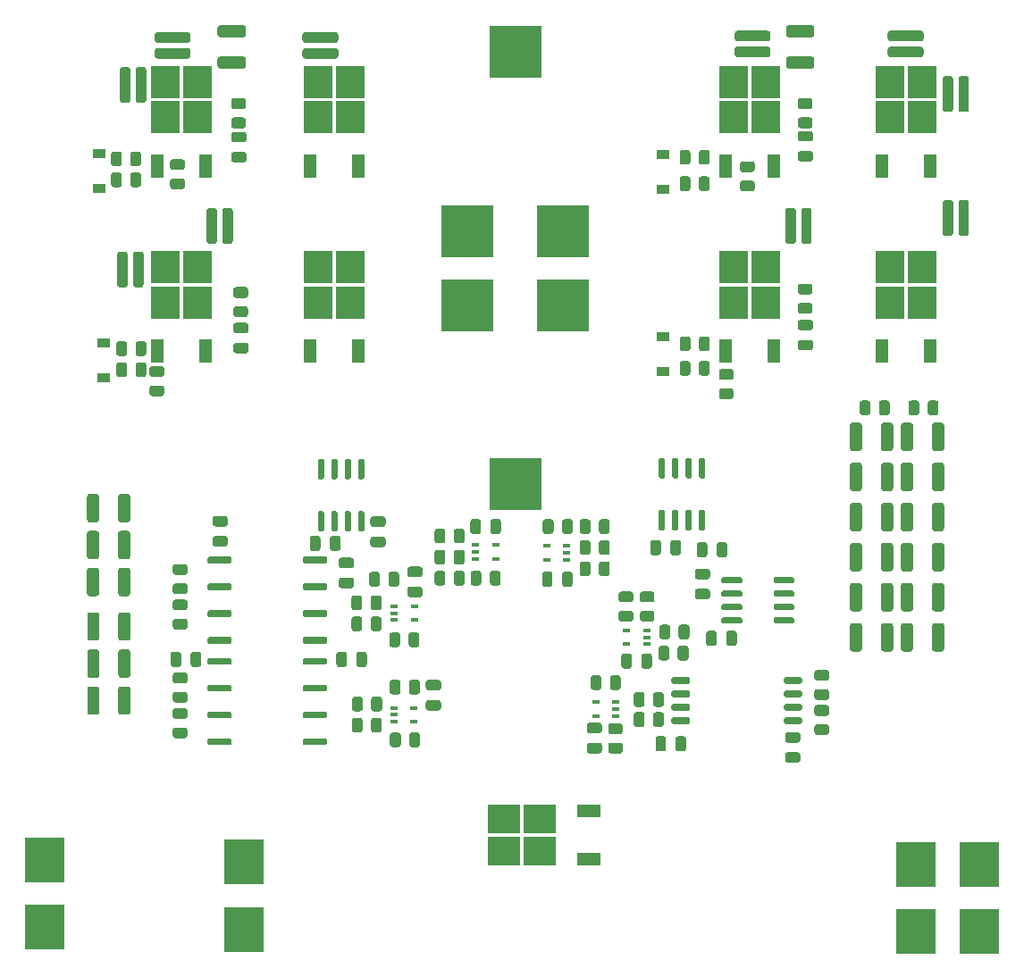
<source format=gtp>
G04 #@! TF.GenerationSoftware,KiCad,Pcbnew,5.1.7-a382d34a8~88~ubuntu20.04.1*
G04 #@! TF.CreationDate,2021-05-21T20:55:17+02:00*
G04 #@! TF.ProjectId,Power,506f7765-722e-46b6-9963-61645f706362,rev?*
G04 #@! TF.SameCoordinates,Original*
G04 #@! TF.FileFunction,Paste,Top*
G04 #@! TF.FilePolarity,Positive*
%FSLAX46Y46*%
G04 Gerber Fmt 4.6, Leading zero omitted, Abs format (unit mm)*
G04 Created by KiCad (PCBNEW 5.1.7-a382d34a8~88~ubuntu20.04.1) date 2021-05-21 20:55:17*
%MOMM*%
%LPD*%
G01*
G04 APERTURE LIST*
%ADD10R,3.810000X4.240000*%
%ADD11R,3.050000X2.750000*%
%ADD12R,2.200000X1.200000*%
%ADD13R,0.650000X0.400000*%
%ADD14R,1.200000X0.900000*%
%ADD15R,2.750000X3.050000*%
%ADD16R,1.200000X2.200000*%
%ADD17R,5.000000X5.000000*%
G04 APERTURE END LIST*
G04 #@! TO.C,U7*
G36*
G01*
X62800000Y-110952500D02*
X62800000Y-110627500D01*
G75*
G02*
X62962500Y-110465000I162500J0D01*
G01*
X64987500Y-110465000D01*
G75*
G02*
X65150000Y-110627500I0J-162500D01*
G01*
X65150000Y-110952500D01*
G75*
G02*
X64987500Y-111115000I-162500J0D01*
G01*
X62962500Y-111115000D01*
G75*
G02*
X62800000Y-110952500I0J162500D01*
G01*
G37*
G36*
G01*
X62800000Y-113492500D02*
X62800000Y-113167500D01*
G75*
G02*
X62962500Y-113005000I162500J0D01*
G01*
X64987500Y-113005000D01*
G75*
G02*
X65150000Y-113167500I0J-162500D01*
G01*
X65150000Y-113492500D01*
G75*
G02*
X64987500Y-113655000I-162500J0D01*
G01*
X62962500Y-113655000D01*
G75*
G02*
X62800000Y-113492500I0J162500D01*
G01*
G37*
G36*
G01*
X62800000Y-116032500D02*
X62800000Y-115707500D01*
G75*
G02*
X62962500Y-115545000I162500J0D01*
G01*
X64987500Y-115545000D01*
G75*
G02*
X65150000Y-115707500I0J-162500D01*
G01*
X65150000Y-116032500D01*
G75*
G02*
X64987500Y-116195000I-162500J0D01*
G01*
X62962500Y-116195000D01*
G75*
G02*
X62800000Y-116032500I0J162500D01*
G01*
G37*
G36*
G01*
X62800000Y-118572500D02*
X62800000Y-118247500D01*
G75*
G02*
X62962500Y-118085000I162500J0D01*
G01*
X64987500Y-118085000D01*
G75*
G02*
X65150000Y-118247500I0J-162500D01*
G01*
X65150000Y-118572500D01*
G75*
G02*
X64987500Y-118735000I-162500J0D01*
G01*
X62962500Y-118735000D01*
G75*
G02*
X62800000Y-118572500I0J162500D01*
G01*
G37*
G36*
G01*
X71850000Y-118572500D02*
X71850000Y-118247500D01*
G75*
G02*
X72012500Y-118085000I162500J0D01*
G01*
X74037500Y-118085000D01*
G75*
G02*
X74200000Y-118247500I0J-162500D01*
G01*
X74200000Y-118572500D01*
G75*
G02*
X74037500Y-118735000I-162500J0D01*
G01*
X72012500Y-118735000D01*
G75*
G02*
X71850000Y-118572500I0J162500D01*
G01*
G37*
G36*
G01*
X71850000Y-116032500D02*
X71850000Y-115707500D01*
G75*
G02*
X72012500Y-115545000I162500J0D01*
G01*
X74037500Y-115545000D01*
G75*
G02*
X74200000Y-115707500I0J-162500D01*
G01*
X74200000Y-116032500D01*
G75*
G02*
X74037500Y-116195000I-162500J0D01*
G01*
X72012500Y-116195000D01*
G75*
G02*
X71850000Y-116032500I0J162500D01*
G01*
G37*
G36*
G01*
X71850000Y-113492500D02*
X71850000Y-113167500D01*
G75*
G02*
X72012500Y-113005000I162500J0D01*
G01*
X74037500Y-113005000D01*
G75*
G02*
X74200000Y-113167500I0J-162500D01*
G01*
X74200000Y-113492500D01*
G75*
G02*
X74037500Y-113655000I-162500J0D01*
G01*
X72012500Y-113655000D01*
G75*
G02*
X71850000Y-113492500I0J162500D01*
G01*
G37*
G36*
G01*
X71850000Y-110952500D02*
X71850000Y-110627500D01*
G75*
G02*
X72012500Y-110465000I162500J0D01*
G01*
X74037500Y-110465000D01*
G75*
G02*
X74200000Y-110627500I0J-162500D01*
G01*
X74200000Y-110952500D01*
G75*
G02*
X74037500Y-111115000I-162500J0D01*
G01*
X72012500Y-111115000D01*
G75*
G02*
X71850000Y-110952500I0J162500D01*
G01*
G37*
G04 #@! TD*
G04 #@! TO.C,U6*
G36*
G01*
X62805001Y-101352500D02*
X62805001Y-101027500D01*
G75*
G02*
X62967501Y-100865000I162500J0D01*
G01*
X64992501Y-100865000D01*
G75*
G02*
X65155001Y-101027500I0J-162500D01*
G01*
X65155001Y-101352500D01*
G75*
G02*
X64992501Y-101515000I-162500J0D01*
G01*
X62967501Y-101515000D01*
G75*
G02*
X62805001Y-101352500I0J162500D01*
G01*
G37*
G36*
G01*
X62805001Y-103892500D02*
X62805001Y-103567500D01*
G75*
G02*
X62967501Y-103405000I162500J0D01*
G01*
X64992501Y-103405000D01*
G75*
G02*
X65155001Y-103567500I0J-162500D01*
G01*
X65155001Y-103892500D01*
G75*
G02*
X64992501Y-104055000I-162500J0D01*
G01*
X62967501Y-104055000D01*
G75*
G02*
X62805001Y-103892500I0J162500D01*
G01*
G37*
G36*
G01*
X62805001Y-106432500D02*
X62805001Y-106107500D01*
G75*
G02*
X62967501Y-105945000I162500J0D01*
G01*
X64992501Y-105945000D01*
G75*
G02*
X65155001Y-106107500I0J-162500D01*
G01*
X65155001Y-106432500D01*
G75*
G02*
X64992501Y-106595000I-162500J0D01*
G01*
X62967501Y-106595000D01*
G75*
G02*
X62805001Y-106432500I0J162500D01*
G01*
G37*
G36*
G01*
X62805001Y-108972500D02*
X62805001Y-108647500D01*
G75*
G02*
X62967501Y-108485000I162500J0D01*
G01*
X64992501Y-108485000D01*
G75*
G02*
X65155001Y-108647500I0J-162500D01*
G01*
X65155001Y-108972500D01*
G75*
G02*
X64992501Y-109135000I-162500J0D01*
G01*
X62967501Y-109135000D01*
G75*
G02*
X62805001Y-108972500I0J162500D01*
G01*
G37*
G36*
G01*
X71855001Y-108972500D02*
X71855001Y-108647500D01*
G75*
G02*
X72017501Y-108485000I162500J0D01*
G01*
X74042501Y-108485000D01*
G75*
G02*
X74205001Y-108647500I0J-162500D01*
G01*
X74205001Y-108972500D01*
G75*
G02*
X74042501Y-109135000I-162500J0D01*
G01*
X72017501Y-109135000D01*
G75*
G02*
X71855001Y-108972500I0J162500D01*
G01*
G37*
G36*
G01*
X71855001Y-106432500D02*
X71855001Y-106107500D01*
G75*
G02*
X72017501Y-105945000I162500J0D01*
G01*
X74042501Y-105945000D01*
G75*
G02*
X74205001Y-106107500I0J-162500D01*
G01*
X74205001Y-106432500D01*
G75*
G02*
X74042501Y-106595000I-162500J0D01*
G01*
X72017501Y-106595000D01*
G75*
G02*
X71855001Y-106432500I0J162500D01*
G01*
G37*
G36*
G01*
X71855001Y-103892500D02*
X71855001Y-103567500D01*
G75*
G02*
X72017501Y-103405000I162500J0D01*
G01*
X74042501Y-103405000D01*
G75*
G02*
X74205001Y-103567500I0J-162500D01*
G01*
X74205001Y-103892500D01*
G75*
G02*
X74042501Y-104055000I-162500J0D01*
G01*
X72017501Y-104055000D01*
G75*
G02*
X71855001Y-103892500I0J162500D01*
G01*
G37*
G36*
G01*
X71855001Y-101352500D02*
X71855001Y-101027500D01*
G75*
G02*
X72017501Y-100865000I162500J0D01*
G01*
X74042501Y-100865000D01*
G75*
G02*
X74205001Y-101027500I0J-162500D01*
G01*
X74205001Y-101352500D01*
G75*
G02*
X74042501Y-101515000I-162500J0D01*
G01*
X72017501Y-101515000D01*
G75*
G02*
X71855001Y-101352500I0J162500D01*
G01*
G37*
G04 #@! TD*
G04 #@! TO.C,JP10*
G36*
G01*
X119100000Y-70950000D02*
X119100000Y-68050000D01*
G75*
G02*
X119350000Y-67800000I250000J0D01*
G01*
X119850000Y-67800000D01*
G75*
G02*
X120100000Y-68050000I0J-250000D01*
G01*
X120100000Y-70950000D01*
G75*
G02*
X119850000Y-71200000I-250000J0D01*
G01*
X119350000Y-71200000D01*
G75*
G02*
X119100000Y-70950000I0J250000D01*
G01*
G37*
G36*
G01*
X117600000Y-70950000D02*
X117600000Y-68050000D01*
G75*
G02*
X117850000Y-67800000I250000J0D01*
G01*
X118350000Y-67800000D01*
G75*
G02*
X118600000Y-68050000I0J-250000D01*
G01*
X118600000Y-70950000D01*
G75*
G02*
X118350000Y-71200000I-250000J0D01*
G01*
X117850000Y-71200000D01*
G75*
G02*
X117600000Y-70950000I0J250000D01*
G01*
G37*
G04 #@! TD*
G04 #@! TO.C,JP9*
G36*
G01*
X64250000Y-70950000D02*
X64250000Y-68050000D01*
G75*
G02*
X64500000Y-67800000I250000J0D01*
G01*
X65000000Y-67800000D01*
G75*
G02*
X65250000Y-68050000I0J-250000D01*
G01*
X65250000Y-70950000D01*
G75*
G02*
X65000000Y-71200000I-250000J0D01*
G01*
X64500000Y-71200000D01*
G75*
G02*
X64250000Y-70950000I0J250000D01*
G01*
G37*
G36*
G01*
X62750000Y-70950000D02*
X62750000Y-68050000D01*
G75*
G02*
X63000000Y-67800000I250000J0D01*
G01*
X63500000Y-67800000D01*
G75*
G02*
X63750000Y-68050000I0J-250000D01*
G01*
X63750000Y-70950000D01*
G75*
G02*
X63500000Y-71200000I-250000J0D01*
G01*
X63000000Y-71200000D01*
G75*
G02*
X62750000Y-70950000I0J250000D01*
G01*
G37*
G04 #@! TD*
G04 #@! TO.C,JP8*
G36*
G01*
X134000000Y-58450000D02*
X134000000Y-55550000D01*
G75*
G02*
X134250000Y-55300000I250000J0D01*
G01*
X134750000Y-55300000D01*
G75*
G02*
X135000000Y-55550000I0J-250000D01*
G01*
X135000000Y-58450000D01*
G75*
G02*
X134750000Y-58700000I-250000J0D01*
G01*
X134250000Y-58700000D01*
G75*
G02*
X134000000Y-58450000I0J250000D01*
G01*
G37*
G36*
G01*
X132500000Y-58450000D02*
X132500000Y-55550000D01*
G75*
G02*
X132750000Y-55300000I250000J0D01*
G01*
X133250000Y-55300000D01*
G75*
G02*
X133500000Y-55550000I0J-250000D01*
G01*
X133500000Y-58450000D01*
G75*
G02*
X133250000Y-58700000I-250000J0D01*
G01*
X132750000Y-58700000D01*
G75*
G02*
X132500000Y-58450000I0J250000D01*
G01*
G37*
G04 #@! TD*
G04 #@! TO.C,JP7*
G36*
G01*
X130450000Y-52000000D02*
X127550000Y-52000000D01*
G75*
G02*
X127300000Y-51750000I0J250000D01*
G01*
X127300000Y-51250000D01*
G75*
G02*
X127550000Y-51000000I250000J0D01*
G01*
X130450000Y-51000000D01*
G75*
G02*
X130700000Y-51250000I0J-250000D01*
G01*
X130700000Y-51750000D01*
G75*
G02*
X130450000Y-52000000I-250000J0D01*
G01*
G37*
G36*
G01*
X130450000Y-53500000D02*
X127550000Y-53500000D01*
G75*
G02*
X127300000Y-53250000I0J250000D01*
G01*
X127300000Y-52750000D01*
G75*
G02*
X127550000Y-52500000I250000J0D01*
G01*
X130450000Y-52500000D01*
G75*
G02*
X130700000Y-52750000I0J-250000D01*
G01*
X130700000Y-53250000D01*
G75*
G02*
X130450000Y-53500000I-250000J0D01*
G01*
G37*
G04 #@! TD*
G04 #@! TO.C,C38*
G36*
G01*
X99025000Y-118500000D02*
X99975000Y-118500000D01*
G75*
G02*
X100225000Y-118750000I0J-250000D01*
G01*
X100225000Y-119250000D01*
G75*
G02*
X99975000Y-119500000I-250000J0D01*
G01*
X99025000Y-119500000D01*
G75*
G02*
X98775000Y-119250000I0J250000D01*
G01*
X98775000Y-118750000D01*
G75*
G02*
X99025000Y-118500000I250000J0D01*
G01*
G37*
G36*
G01*
X99025000Y-116600000D02*
X99975000Y-116600000D01*
G75*
G02*
X100225000Y-116850000I0J-250000D01*
G01*
X100225000Y-117350000D01*
G75*
G02*
X99975000Y-117600000I-250000J0D01*
G01*
X99025000Y-117600000D01*
G75*
G02*
X98775000Y-117350000I0J250000D01*
G01*
X98775000Y-116850000D01*
G75*
G02*
X99025000Y-116600000I250000J0D01*
G01*
G37*
G04 #@! TD*
G04 #@! TO.C,C34*
G36*
G01*
X82975000Y-102800000D02*
X82025000Y-102800000D01*
G75*
G02*
X81775000Y-102550000I0J250000D01*
G01*
X81775000Y-102050000D01*
G75*
G02*
X82025000Y-101800000I250000J0D01*
G01*
X82975000Y-101800000D01*
G75*
G02*
X83225000Y-102050000I0J-250000D01*
G01*
X83225000Y-102550000D01*
G75*
G02*
X82975000Y-102800000I-250000J0D01*
G01*
G37*
G36*
G01*
X82975000Y-104700000D02*
X82025000Y-104700000D01*
G75*
G02*
X81775000Y-104450000I0J250000D01*
G01*
X81775000Y-103950000D01*
G75*
G02*
X82025000Y-103700000I250000J0D01*
G01*
X82975000Y-103700000D01*
G75*
G02*
X83225000Y-103950000I0J-250000D01*
G01*
X83225000Y-104450000D01*
G75*
G02*
X82975000Y-104700000I-250000J0D01*
G01*
G37*
G04 #@! TD*
G04 #@! TO.C,C33*
G36*
G01*
X84725000Y-113550000D02*
X83775000Y-113550000D01*
G75*
G02*
X83525000Y-113300000I0J250000D01*
G01*
X83525000Y-112800000D01*
G75*
G02*
X83775000Y-112550000I250000J0D01*
G01*
X84725000Y-112550000D01*
G75*
G02*
X84975000Y-112800000I0J-250000D01*
G01*
X84975000Y-113300000D01*
G75*
G02*
X84725000Y-113550000I-250000J0D01*
G01*
G37*
G36*
G01*
X84725000Y-115450000D02*
X83775000Y-115450000D01*
G75*
G02*
X83525000Y-115200000I0J250000D01*
G01*
X83525000Y-114700000D01*
G75*
G02*
X83775000Y-114450000I250000J0D01*
G01*
X84725000Y-114450000D01*
G75*
G02*
X84975000Y-114700000I0J-250000D01*
G01*
X84975000Y-115200000D01*
G75*
G02*
X84725000Y-115450000I-250000J0D01*
G01*
G37*
G04 #@! TD*
D10*
G04 #@! TO.C,F4*
X136000000Y-130000000D03*
X136000000Y-136380000D03*
G04 #@! TD*
G04 #@! TO.C,F3*
X66300000Y-136190000D03*
X66300000Y-129810000D03*
G04 #@! TD*
G04 #@! TO.C,F2*
X47400000Y-136000000D03*
X47400000Y-129620000D03*
G04 #@! TD*
G04 #@! TO.C,F1*
X130000000Y-130000000D03*
X130000000Y-136380000D03*
G04 #@! TD*
G04 #@! TO.C,C32*
G36*
G01*
X103950000Y-111225000D02*
X103950000Y-110275000D01*
G75*
G02*
X104200000Y-110025000I250000J0D01*
G01*
X104700000Y-110025000D01*
G75*
G02*
X104950000Y-110275000I0J-250000D01*
G01*
X104950000Y-111225000D01*
G75*
G02*
X104700000Y-111475000I-250000J0D01*
G01*
X104200000Y-111475000D01*
G75*
G02*
X103950000Y-111225000I0J250000D01*
G01*
G37*
G36*
G01*
X102050000Y-111225000D02*
X102050000Y-110275000D01*
G75*
G02*
X102300000Y-110025000I250000J0D01*
G01*
X102800000Y-110025000D01*
G75*
G02*
X103050000Y-110275000I0J-250000D01*
G01*
X103050000Y-111225000D01*
G75*
G02*
X102800000Y-111475000I-250000J0D01*
G01*
X102300000Y-111475000D01*
G75*
G02*
X102050000Y-111225000I0J250000D01*
G01*
G37*
G04 #@! TD*
G04 #@! TO.C,C31*
G36*
G01*
X96450000Y-103475000D02*
X96450000Y-102525000D01*
G75*
G02*
X96700000Y-102275000I250000J0D01*
G01*
X97200000Y-102275000D01*
G75*
G02*
X97450000Y-102525000I0J-250000D01*
G01*
X97450000Y-103475000D01*
G75*
G02*
X97200000Y-103725000I-250000J0D01*
G01*
X96700000Y-103725000D01*
G75*
G02*
X96450000Y-103475000I0J250000D01*
G01*
G37*
G36*
G01*
X94550000Y-103475000D02*
X94550000Y-102525000D01*
G75*
G02*
X94800000Y-102275000I250000J0D01*
G01*
X95300000Y-102275000D01*
G75*
G02*
X95550000Y-102525000I0J-250000D01*
G01*
X95550000Y-103475000D01*
G75*
G02*
X95300000Y-103725000I-250000J0D01*
G01*
X94800000Y-103725000D01*
G75*
G02*
X94550000Y-103475000I0J250000D01*
G01*
G37*
G04 #@! TD*
G04 #@! TO.C,C30*
G36*
G01*
X88750000Y-97525000D02*
X88750000Y-98475000D01*
G75*
G02*
X88500000Y-98725000I-250000J0D01*
G01*
X88000000Y-98725000D01*
G75*
G02*
X87750000Y-98475000I0J250000D01*
G01*
X87750000Y-97525000D01*
G75*
G02*
X88000000Y-97275000I250000J0D01*
G01*
X88500000Y-97275000D01*
G75*
G02*
X88750000Y-97525000I0J-250000D01*
G01*
G37*
G36*
G01*
X90650000Y-97525000D02*
X90650000Y-98475000D01*
G75*
G02*
X90400000Y-98725000I-250000J0D01*
G01*
X89900000Y-98725000D01*
G75*
G02*
X89650000Y-98475000I0J250000D01*
G01*
X89650000Y-97525000D01*
G75*
G02*
X89900000Y-97275000I250000J0D01*
G01*
X90400000Y-97275000D01*
G75*
G02*
X90650000Y-97525000I0J-250000D01*
G01*
G37*
G04 #@! TD*
D11*
G04 #@! TO.C,Q3*
X94325000Y-125725000D03*
X90975000Y-128775000D03*
X94325000Y-128775000D03*
X90975000Y-125725000D03*
D12*
X98950000Y-124970000D03*
X98950000Y-129530000D03*
G04 #@! TD*
D13*
G04 #@! TO.C,U13*
X102550000Y-109150000D03*
X102550000Y-107850000D03*
X104450000Y-108500000D03*
X104450000Y-107850000D03*
X104450000Y-109150000D03*
G04 #@! TD*
G04 #@! TO.C,U3*
G36*
G01*
X113500000Y-106755000D02*
X113500000Y-107055000D01*
G75*
G02*
X113350000Y-107205000I-150000J0D01*
G01*
X111700000Y-107205000D01*
G75*
G02*
X111550000Y-107055000I0J150000D01*
G01*
X111550000Y-106755000D01*
G75*
G02*
X111700000Y-106605000I150000J0D01*
G01*
X113350000Y-106605000D01*
G75*
G02*
X113500000Y-106755000I0J-150000D01*
G01*
G37*
G36*
G01*
X113500000Y-105485000D02*
X113500000Y-105785000D01*
G75*
G02*
X113350000Y-105935000I-150000J0D01*
G01*
X111700000Y-105935000D01*
G75*
G02*
X111550000Y-105785000I0J150000D01*
G01*
X111550000Y-105485000D01*
G75*
G02*
X111700000Y-105335000I150000J0D01*
G01*
X113350000Y-105335000D01*
G75*
G02*
X113500000Y-105485000I0J-150000D01*
G01*
G37*
G36*
G01*
X113500000Y-104215000D02*
X113500000Y-104515000D01*
G75*
G02*
X113350000Y-104665000I-150000J0D01*
G01*
X111700000Y-104665000D01*
G75*
G02*
X111550000Y-104515000I0J150000D01*
G01*
X111550000Y-104215000D01*
G75*
G02*
X111700000Y-104065000I150000J0D01*
G01*
X113350000Y-104065000D01*
G75*
G02*
X113500000Y-104215000I0J-150000D01*
G01*
G37*
G36*
G01*
X113500000Y-102945000D02*
X113500000Y-103245000D01*
G75*
G02*
X113350000Y-103395000I-150000J0D01*
G01*
X111700000Y-103395000D01*
G75*
G02*
X111550000Y-103245000I0J150000D01*
G01*
X111550000Y-102945000D01*
G75*
G02*
X111700000Y-102795000I150000J0D01*
G01*
X113350000Y-102795000D01*
G75*
G02*
X113500000Y-102945000I0J-150000D01*
G01*
G37*
G36*
G01*
X118450000Y-102945000D02*
X118450000Y-103245000D01*
G75*
G02*
X118300000Y-103395000I-150000J0D01*
G01*
X116650000Y-103395000D01*
G75*
G02*
X116500000Y-103245000I0J150000D01*
G01*
X116500000Y-102945000D01*
G75*
G02*
X116650000Y-102795000I150000J0D01*
G01*
X118300000Y-102795000D01*
G75*
G02*
X118450000Y-102945000I0J-150000D01*
G01*
G37*
G36*
G01*
X118450000Y-104215000D02*
X118450000Y-104515000D01*
G75*
G02*
X118300000Y-104665000I-150000J0D01*
G01*
X116650000Y-104665000D01*
G75*
G02*
X116500000Y-104515000I0J150000D01*
G01*
X116500000Y-104215000D01*
G75*
G02*
X116650000Y-104065000I150000J0D01*
G01*
X118300000Y-104065000D01*
G75*
G02*
X118450000Y-104215000I0J-150000D01*
G01*
G37*
G36*
G01*
X118450000Y-105485000D02*
X118450000Y-105785000D01*
G75*
G02*
X118300000Y-105935000I-150000J0D01*
G01*
X116650000Y-105935000D01*
G75*
G02*
X116500000Y-105785000I0J150000D01*
G01*
X116500000Y-105485000D01*
G75*
G02*
X116650000Y-105335000I150000J0D01*
G01*
X118300000Y-105335000D01*
G75*
G02*
X118450000Y-105485000I0J-150000D01*
G01*
G37*
G36*
G01*
X118450000Y-106755000D02*
X118450000Y-107055000D01*
G75*
G02*
X118300000Y-107205000I-150000J0D01*
G01*
X116650000Y-107205000D01*
G75*
G02*
X116500000Y-107055000I0J150000D01*
G01*
X116500000Y-106755000D01*
G75*
G02*
X116650000Y-106605000I150000J0D01*
G01*
X118300000Y-106605000D01*
G75*
G02*
X118450000Y-106755000I0J-150000D01*
G01*
G37*
G04 #@! TD*
G04 #@! TO.C,R30*
G36*
G01*
X102950002Y-105187500D02*
X102049998Y-105187500D01*
G75*
G02*
X101800000Y-104937502I0J249998D01*
G01*
X101800000Y-104412498D01*
G75*
G02*
X102049998Y-104162500I249998J0D01*
G01*
X102950002Y-104162500D01*
G75*
G02*
X103200000Y-104412498I0J-249998D01*
G01*
X103200000Y-104937502D01*
G75*
G02*
X102950002Y-105187500I-249998J0D01*
G01*
G37*
G36*
G01*
X102950002Y-107012500D02*
X102049998Y-107012500D01*
G75*
G02*
X101800000Y-106762502I0J249998D01*
G01*
X101800000Y-106237498D01*
G75*
G02*
X102049998Y-105987500I249998J0D01*
G01*
X102950002Y-105987500D01*
G75*
G02*
X103200000Y-106237498I0J-249998D01*
G01*
X103200000Y-106762502D01*
G75*
G02*
X102950002Y-107012500I-249998J0D01*
G01*
G37*
G04 #@! TD*
G04 #@! TO.C,R25*
G36*
G01*
X107400000Y-110450002D02*
X107400000Y-109549998D01*
G75*
G02*
X107649998Y-109300000I249998J0D01*
G01*
X108175002Y-109300000D01*
G75*
G02*
X108425000Y-109549998I0J-249998D01*
G01*
X108425000Y-110450002D01*
G75*
G02*
X108175002Y-110700000I-249998J0D01*
G01*
X107649998Y-110700000D01*
G75*
G02*
X107400000Y-110450002I0J249998D01*
G01*
G37*
G36*
G01*
X105575000Y-110450002D02*
X105575000Y-109549998D01*
G75*
G02*
X105824998Y-109300000I249998J0D01*
G01*
X106350002Y-109300000D01*
G75*
G02*
X106600000Y-109549998I0J-249998D01*
G01*
X106600000Y-110450002D01*
G75*
G02*
X106350002Y-110700000I-249998J0D01*
G01*
X105824998Y-110700000D01*
G75*
G02*
X105575000Y-110450002I0J249998D01*
G01*
G37*
G04 #@! TD*
G04 #@! TO.C,R22*
G36*
G01*
X104049998Y-105987500D02*
X104950002Y-105987500D01*
G75*
G02*
X105200000Y-106237498I0J-249998D01*
G01*
X105200000Y-106762502D01*
G75*
G02*
X104950002Y-107012500I-249998J0D01*
G01*
X104049998Y-107012500D01*
G75*
G02*
X103800000Y-106762502I0J249998D01*
G01*
X103800000Y-106237498D01*
G75*
G02*
X104049998Y-105987500I249998J0D01*
G01*
G37*
G36*
G01*
X104049998Y-104162500D02*
X104950002Y-104162500D01*
G75*
G02*
X105200000Y-104412498I0J-249998D01*
G01*
X105200000Y-104937502D01*
G75*
G02*
X104950002Y-105187500I-249998J0D01*
G01*
X104049998Y-105187500D01*
G75*
G02*
X103800000Y-104937502I0J249998D01*
G01*
X103800000Y-104412498D01*
G75*
G02*
X104049998Y-104162500I249998J0D01*
G01*
G37*
G04 #@! TD*
G04 #@! TO.C,R21*
G36*
G01*
X106687500Y-107549998D02*
X106687500Y-108450002D01*
G75*
G02*
X106437502Y-108700000I-249998J0D01*
G01*
X105912498Y-108700000D01*
G75*
G02*
X105662500Y-108450002I0J249998D01*
G01*
X105662500Y-107549998D01*
G75*
G02*
X105912498Y-107300000I249998J0D01*
G01*
X106437502Y-107300000D01*
G75*
G02*
X106687500Y-107549998I0J-249998D01*
G01*
G37*
G36*
G01*
X108512500Y-107549998D02*
X108512500Y-108450002D01*
G75*
G02*
X108262502Y-108700000I-249998J0D01*
G01*
X107737498Y-108700000D01*
G75*
G02*
X107487500Y-108450002I0J249998D01*
G01*
X107487500Y-107549998D01*
G75*
G02*
X107737498Y-107300000I249998J0D01*
G01*
X108262502Y-107300000D01*
G75*
G02*
X108512500Y-107549998I0J-249998D01*
G01*
G37*
G04 #@! TD*
G04 #@! TO.C,C5*
G36*
G01*
X109275000Y-103900000D02*
X110225000Y-103900000D01*
G75*
G02*
X110475000Y-104150000I0J-250000D01*
G01*
X110475000Y-104650000D01*
G75*
G02*
X110225000Y-104900000I-250000J0D01*
G01*
X109275000Y-104900000D01*
G75*
G02*
X109025000Y-104650000I0J250000D01*
G01*
X109025000Y-104150000D01*
G75*
G02*
X109275000Y-103900000I250000J0D01*
G01*
G37*
G36*
G01*
X109275000Y-102000000D02*
X110225000Y-102000000D01*
G75*
G02*
X110475000Y-102250000I0J-250000D01*
G01*
X110475000Y-102750000D01*
G75*
G02*
X110225000Y-103000000I-250000J0D01*
G01*
X109275000Y-103000000D01*
G75*
G02*
X109025000Y-102750000I0J250000D01*
G01*
X109025000Y-102250000D01*
G75*
G02*
X109275000Y-102000000I250000J0D01*
G01*
G37*
G04 #@! TD*
G04 #@! TO.C,C4*
G36*
G01*
X112000000Y-109075000D02*
X112000000Y-108125000D01*
G75*
G02*
X112250000Y-107875000I250000J0D01*
G01*
X112750000Y-107875000D01*
G75*
G02*
X113000000Y-108125000I0J-250000D01*
G01*
X113000000Y-109075000D01*
G75*
G02*
X112750000Y-109325000I-250000J0D01*
G01*
X112250000Y-109325000D01*
G75*
G02*
X112000000Y-109075000I0J250000D01*
G01*
G37*
G36*
G01*
X110100000Y-109075000D02*
X110100000Y-108125000D01*
G75*
G02*
X110350000Y-107875000I250000J0D01*
G01*
X110850000Y-107875000D01*
G75*
G02*
X111100000Y-108125000I0J-250000D01*
G01*
X111100000Y-109075000D01*
G75*
G02*
X110850000Y-109325000I-250000J0D01*
G01*
X110350000Y-109325000D01*
G75*
G02*
X110100000Y-109075000I0J250000D01*
G01*
G37*
G04 #@! TD*
G04 #@! TO.C,R27*
G36*
G01*
X85387500Y-98449998D02*
X85387500Y-99350002D01*
G75*
G02*
X85137502Y-99600000I-249998J0D01*
G01*
X84612498Y-99600000D01*
G75*
G02*
X84362500Y-99350002I0J249998D01*
G01*
X84362500Y-98449998D01*
G75*
G02*
X84612498Y-98200000I249998J0D01*
G01*
X85137502Y-98200000D01*
G75*
G02*
X85387500Y-98449998I0J-249998D01*
G01*
G37*
G36*
G01*
X87212500Y-98449998D02*
X87212500Y-99350002D01*
G75*
G02*
X86962502Y-99600000I-249998J0D01*
G01*
X86437498Y-99600000D01*
G75*
G02*
X86187500Y-99350002I0J249998D01*
G01*
X86187500Y-98449998D01*
G75*
G02*
X86437498Y-98200000I249998J0D01*
G01*
X86962502Y-98200000D01*
G75*
G02*
X87212500Y-98449998I0J-249998D01*
G01*
G37*
G04 #@! TD*
G04 #@! TO.C,R29*
G36*
G01*
X89600000Y-103350002D02*
X89600000Y-102449998D01*
G75*
G02*
X89849998Y-102200000I249998J0D01*
G01*
X90375002Y-102200000D01*
G75*
G02*
X90625000Y-102449998I0J-249998D01*
G01*
X90625000Y-103350002D01*
G75*
G02*
X90375002Y-103600000I-249998J0D01*
G01*
X89849998Y-103600000D01*
G75*
G02*
X89600000Y-103350002I0J249998D01*
G01*
G37*
G36*
G01*
X87775000Y-103350002D02*
X87775000Y-102449998D01*
G75*
G02*
X88024998Y-102200000I249998J0D01*
G01*
X88550002Y-102200000D01*
G75*
G02*
X88800000Y-102449998I0J-249998D01*
G01*
X88800000Y-103350002D01*
G75*
G02*
X88550002Y-103600000I-249998J0D01*
G01*
X88024998Y-103600000D01*
G75*
G02*
X87775000Y-103350002I0J249998D01*
G01*
G37*
G04 #@! TD*
G04 #@! TO.C,U1*
G36*
G01*
X77255000Y-96525000D02*
X77555000Y-96525000D01*
G75*
G02*
X77705000Y-96675000I0J-150000D01*
G01*
X77705000Y-98325000D01*
G75*
G02*
X77555000Y-98475000I-150000J0D01*
G01*
X77255000Y-98475000D01*
G75*
G02*
X77105000Y-98325000I0J150000D01*
G01*
X77105000Y-96675000D01*
G75*
G02*
X77255000Y-96525000I150000J0D01*
G01*
G37*
G36*
G01*
X75985000Y-96525000D02*
X76285000Y-96525000D01*
G75*
G02*
X76435000Y-96675000I0J-150000D01*
G01*
X76435000Y-98325000D01*
G75*
G02*
X76285000Y-98475000I-150000J0D01*
G01*
X75985000Y-98475000D01*
G75*
G02*
X75835000Y-98325000I0J150000D01*
G01*
X75835000Y-96675000D01*
G75*
G02*
X75985000Y-96525000I150000J0D01*
G01*
G37*
G36*
G01*
X74715000Y-96525000D02*
X75015000Y-96525000D01*
G75*
G02*
X75165000Y-96675000I0J-150000D01*
G01*
X75165000Y-98325000D01*
G75*
G02*
X75015000Y-98475000I-150000J0D01*
G01*
X74715000Y-98475000D01*
G75*
G02*
X74565000Y-98325000I0J150000D01*
G01*
X74565000Y-96675000D01*
G75*
G02*
X74715000Y-96525000I150000J0D01*
G01*
G37*
G36*
G01*
X73445000Y-96525000D02*
X73745000Y-96525000D01*
G75*
G02*
X73895000Y-96675000I0J-150000D01*
G01*
X73895000Y-98325000D01*
G75*
G02*
X73745000Y-98475000I-150000J0D01*
G01*
X73445000Y-98475000D01*
G75*
G02*
X73295000Y-98325000I0J150000D01*
G01*
X73295000Y-96675000D01*
G75*
G02*
X73445000Y-96525000I150000J0D01*
G01*
G37*
G36*
G01*
X73445000Y-91575000D02*
X73745000Y-91575000D01*
G75*
G02*
X73895000Y-91725000I0J-150000D01*
G01*
X73895000Y-93375000D01*
G75*
G02*
X73745000Y-93525000I-150000J0D01*
G01*
X73445000Y-93525000D01*
G75*
G02*
X73295000Y-93375000I0J150000D01*
G01*
X73295000Y-91725000D01*
G75*
G02*
X73445000Y-91575000I150000J0D01*
G01*
G37*
G36*
G01*
X74715000Y-91575000D02*
X75015000Y-91575000D01*
G75*
G02*
X75165000Y-91725000I0J-150000D01*
G01*
X75165000Y-93375000D01*
G75*
G02*
X75015000Y-93525000I-150000J0D01*
G01*
X74715000Y-93525000D01*
G75*
G02*
X74565000Y-93375000I0J150000D01*
G01*
X74565000Y-91725000D01*
G75*
G02*
X74715000Y-91575000I150000J0D01*
G01*
G37*
G36*
G01*
X75985000Y-91575000D02*
X76285000Y-91575000D01*
G75*
G02*
X76435000Y-91725000I0J-150000D01*
G01*
X76435000Y-93375000D01*
G75*
G02*
X76285000Y-93525000I-150000J0D01*
G01*
X75985000Y-93525000D01*
G75*
G02*
X75835000Y-93375000I0J150000D01*
G01*
X75835000Y-91725000D01*
G75*
G02*
X75985000Y-91575000I150000J0D01*
G01*
G37*
G36*
G01*
X77255000Y-91575000D02*
X77555000Y-91575000D01*
G75*
G02*
X77705000Y-91725000I0J-150000D01*
G01*
X77705000Y-93375000D01*
G75*
G02*
X77555000Y-93525000I-150000J0D01*
G01*
X77255000Y-93525000D01*
G75*
G02*
X77105000Y-93375000I0J150000D01*
G01*
X77105000Y-91725000D01*
G75*
G02*
X77255000Y-91575000I150000J0D01*
G01*
G37*
G04 #@! TD*
G04 #@! TO.C,U12*
X90150000Y-99750000D03*
X90150000Y-101050000D03*
X88250000Y-100400000D03*
X88250000Y-101050000D03*
X88250000Y-99750000D03*
G04 #@! TD*
G04 #@! TO.C,U11*
X95000000Y-101150000D03*
X95000000Y-99850000D03*
X96900000Y-100500000D03*
X96900000Y-99850000D03*
X96900000Y-101150000D03*
G04 #@! TD*
G04 #@! TO.C,R28*
G36*
G01*
X95637500Y-97549998D02*
X95637500Y-98450002D01*
G75*
G02*
X95387502Y-98700000I-249998J0D01*
G01*
X94862498Y-98700000D01*
G75*
G02*
X94612500Y-98450002I0J249998D01*
G01*
X94612500Y-97549998D01*
G75*
G02*
X94862498Y-97300000I249998J0D01*
G01*
X95387502Y-97300000D01*
G75*
G02*
X95637500Y-97549998I0J-249998D01*
G01*
G37*
G36*
G01*
X97462500Y-97549998D02*
X97462500Y-98450002D01*
G75*
G02*
X97212502Y-98700000I-249998J0D01*
G01*
X96687498Y-98700000D01*
G75*
G02*
X96437500Y-98450002I0J249998D01*
G01*
X96437500Y-97549998D01*
G75*
G02*
X96687498Y-97300000I249998J0D01*
G01*
X97212502Y-97300000D01*
G75*
G02*
X97462500Y-97549998I0J-249998D01*
G01*
G37*
G04 #@! TD*
G04 #@! TO.C,R26*
G36*
G01*
X99937500Y-102450002D02*
X99937500Y-101549998D01*
G75*
G02*
X100187498Y-101300000I249998J0D01*
G01*
X100712502Y-101300000D01*
G75*
G02*
X100962500Y-101549998I0J-249998D01*
G01*
X100962500Y-102450002D01*
G75*
G02*
X100712502Y-102700000I-249998J0D01*
G01*
X100187498Y-102700000D01*
G75*
G02*
X99937500Y-102450002I0J249998D01*
G01*
G37*
G36*
G01*
X98112500Y-102450002D02*
X98112500Y-101549998D01*
G75*
G02*
X98362498Y-101300000I249998J0D01*
G01*
X98887502Y-101300000D01*
G75*
G02*
X99137500Y-101549998I0J-249998D01*
G01*
X99137500Y-102450002D01*
G75*
G02*
X98887502Y-102700000I-249998J0D01*
G01*
X98362498Y-102700000D01*
G75*
G02*
X98112500Y-102450002I0J249998D01*
G01*
G37*
G04 #@! TD*
G04 #@! TO.C,R24*
G36*
G01*
X99137500Y-97549998D02*
X99137500Y-98450002D01*
G75*
G02*
X98887502Y-98700000I-249998J0D01*
G01*
X98362498Y-98700000D01*
G75*
G02*
X98112500Y-98450002I0J249998D01*
G01*
X98112500Y-97549998D01*
G75*
G02*
X98362498Y-97300000I249998J0D01*
G01*
X98887502Y-97300000D01*
G75*
G02*
X99137500Y-97549998I0J-249998D01*
G01*
G37*
G36*
G01*
X100962500Y-97549998D02*
X100962500Y-98450002D01*
G75*
G02*
X100712502Y-98700000I-249998J0D01*
G01*
X100187498Y-98700000D01*
G75*
G02*
X99937500Y-98450002I0J249998D01*
G01*
X99937500Y-97549998D01*
G75*
G02*
X100187498Y-97300000I249998J0D01*
G01*
X100712502Y-97300000D01*
G75*
G02*
X100962500Y-97549998I0J-249998D01*
G01*
G37*
G04 #@! TD*
G04 #@! TO.C,R23*
G36*
G01*
X99137500Y-99549998D02*
X99137500Y-100450002D01*
G75*
G02*
X98887502Y-100700000I-249998J0D01*
G01*
X98362498Y-100700000D01*
G75*
G02*
X98112500Y-100450002I0J249998D01*
G01*
X98112500Y-99549998D01*
G75*
G02*
X98362498Y-99300000I249998J0D01*
G01*
X98887502Y-99300000D01*
G75*
G02*
X99137500Y-99549998I0J-249998D01*
G01*
G37*
G36*
G01*
X100962500Y-99549998D02*
X100962500Y-100450002D01*
G75*
G02*
X100712502Y-100700000I-249998J0D01*
G01*
X100187498Y-100700000D01*
G75*
G02*
X99937500Y-100450002I0J249998D01*
G01*
X99937500Y-99549998D01*
G75*
G02*
X100187498Y-99300000I249998J0D01*
G01*
X100712502Y-99300000D01*
G75*
G02*
X100962500Y-99549998I0J-249998D01*
G01*
G37*
G04 #@! TD*
G04 #@! TO.C,R20*
G36*
G01*
X86187500Y-103350002D02*
X86187500Y-102449998D01*
G75*
G02*
X86437498Y-102200000I249998J0D01*
G01*
X86962502Y-102200000D01*
G75*
G02*
X87212500Y-102449998I0J-249998D01*
G01*
X87212500Y-103350002D01*
G75*
G02*
X86962502Y-103600000I-249998J0D01*
G01*
X86437498Y-103600000D01*
G75*
G02*
X86187500Y-103350002I0J249998D01*
G01*
G37*
G36*
G01*
X84362500Y-103350002D02*
X84362500Y-102449998D01*
G75*
G02*
X84612498Y-102200000I249998J0D01*
G01*
X85137502Y-102200000D01*
G75*
G02*
X85387500Y-102449998I0J-249998D01*
G01*
X85387500Y-103350002D01*
G75*
G02*
X85137502Y-103600000I-249998J0D01*
G01*
X84612498Y-103600000D01*
G75*
G02*
X84362500Y-103350002I0J249998D01*
G01*
G37*
G04 #@! TD*
G04 #@! TO.C,R19*
G36*
G01*
X86187500Y-101350002D02*
X86187500Y-100449998D01*
G75*
G02*
X86437498Y-100200000I249998J0D01*
G01*
X86962502Y-100200000D01*
G75*
G02*
X87212500Y-100449998I0J-249998D01*
G01*
X87212500Y-101350002D01*
G75*
G02*
X86962502Y-101600000I-249998J0D01*
G01*
X86437498Y-101600000D01*
G75*
G02*
X86187500Y-101350002I0J249998D01*
G01*
G37*
G36*
G01*
X84362500Y-101350002D02*
X84362500Y-100449998D01*
G75*
G02*
X84612498Y-100200000I249998J0D01*
G01*
X85137502Y-100200000D01*
G75*
G02*
X85387500Y-100449998I0J-249998D01*
G01*
X85387500Y-101350002D01*
G75*
G02*
X85137502Y-101600000I-249998J0D01*
G01*
X84612498Y-101600000D01*
G75*
G02*
X84362500Y-101350002I0J249998D01*
G01*
G37*
G04 #@! TD*
G04 #@! TO.C,U5*
G36*
G01*
X108575000Y-116255000D02*
X108575000Y-116555000D01*
G75*
G02*
X108425000Y-116705000I-150000J0D01*
G01*
X106925000Y-116705000D01*
G75*
G02*
X106775000Y-116555000I0J150000D01*
G01*
X106775000Y-116255000D01*
G75*
G02*
X106925000Y-116105000I150000J0D01*
G01*
X108425000Y-116105000D01*
G75*
G02*
X108575000Y-116255000I0J-150000D01*
G01*
G37*
G36*
G01*
X108575000Y-114985000D02*
X108575000Y-115285000D01*
G75*
G02*
X108425000Y-115435000I-150000J0D01*
G01*
X106925000Y-115435000D01*
G75*
G02*
X106775000Y-115285000I0J150000D01*
G01*
X106775000Y-114985000D01*
G75*
G02*
X106925000Y-114835000I150000J0D01*
G01*
X108425000Y-114835000D01*
G75*
G02*
X108575000Y-114985000I0J-150000D01*
G01*
G37*
G36*
G01*
X108575000Y-113715000D02*
X108575000Y-114015000D01*
G75*
G02*
X108425000Y-114165000I-150000J0D01*
G01*
X106925000Y-114165000D01*
G75*
G02*
X106775000Y-114015000I0J150000D01*
G01*
X106775000Y-113715000D01*
G75*
G02*
X106925000Y-113565000I150000J0D01*
G01*
X108425000Y-113565000D01*
G75*
G02*
X108575000Y-113715000I0J-150000D01*
G01*
G37*
G36*
G01*
X108575000Y-112445000D02*
X108575000Y-112745000D01*
G75*
G02*
X108425000Y-112895000I-150000J0D01*
G01*
X106925000Y-112895000D01*
G75*
G02*
X106775000Y-112745000I0J150000D01*
G01*
X106775000Y-112445000D01*
G75*
G02*
X106925000Y-112295000I150000J0D01*
G01*
X108425000Y-112295000D01*
G75*
G02*
X108575000Y-112445000I0J-150000D01*
G01*
G37*
G36*
G01*
X119225000Y-112445000D02*
X119225000Y-112745000D01*
G75*
G02*
X119075000Y-112895000I-150000J0D01*
G01*
X117575000Y-112895000D01*
G75*
G02*
X117425000Y-112745000I0J150000D01*
G01*
X117425000Y-112445000D01*
G75*
G02*
X117575000Y-112295000I150000J0D01*
G01*
X119075000Y-112295000D01*
G75*
G02*
X119225000Y-112445000I0J-150000D01*
G01*
G37*
G36*
G01*
X119225000Y-113715000D02*
X119225000Y-114015000D01*
G75*
G02*
X119075000Y-114165000I-150000J0D01*
G01*
X117575000Y-114165000D01*
G75*
G02*
X117425000Y-114015000I0J150000D01*
G01*
X117425000Y-113715000D01*
G75*
G02*
X117575000Y-113565000I150000J0D01*
G01*
X119075000Y-113565000D01*
G75*
G02*
X119225000Y-113715000I0J-150000D01*
G01*
G37*
G36*
G01*
X119225000Y-114985000D02*
X119225000Y-115285000D01*
G75*
G02*
X119075000Y-115435000I-150000J0D01*
G01*
X117575000Y-115435000D01*
G75*
G02*
X117425000Y-115285000I0J150000D01*
G01*
X117425000Y-114985000D01*
G75*
G02*
X117575000Y-114835000I150000J0D01*
G01*
X119075000Y-114835000D01*
G75*
G02*
X119225000Y-114985000I0J-150000D01*
G01*
G37*
G36*
G01*
X119225000Y-116255000D02*
X119225000Y-116555000D01*
G75*
G02*
X119075000Y-116705000I-150000J0D01*
G01*
X117575000Y-116705000D01*
G75*
G02*
X117425000Y-116555000I0J150000D01*
G01*
X117425000Y-116255000D01*
G75*
G02*
X117575000Y-116105000I150000J0D01*
G01*
X119075000Y-116105000D01*
G75*
G02*
X119225000Y-116255000I0J-150000D01*
G01*
G37*
G04 #@! TD*
G04 #@! TO.C,U10*
X82400000Y-115180000D03*
X82400000Y-116480000D03*
X80500000Y-115830000D03*
X80500000Y-116480000D03*
X80500000Y-115180000D03*
G04 #@! TD*
G04 #@! TO.C,U9*
X82450000Y-105580000D03*
X82450000Y-106880000D03*
X80550000Y-106230000D03*
X80550000Y-106880000D03*
X80550000Y-105580000D03*
G04 #@! TD*
G04 #@! TO.C,U8*
X99625000Y-115950000D03*
X99625000Y-114650000D03*
X101525000Y-115300000D03*
X101525000Y-114650000D03*
X101525000Y-115950000D03*
G04 #@! TD*
G04 #@! TO.C,R18*
G36*
G01*
X81962500Y-118680002D02*
X81962500Y-117779998D01*
G75*
G02*
X82212498Y-117530000I249998J0D01*
G01*
X82737502Y-117530000D01*
G75*
G02*
X82987500Y-117779998I0J-249998D01*
G01*
X82987500Y-118680002D01*
G75*
G02*
X82737502Y-118930000I-249998J0D01*
G01*
X82212498Y-118930000D01*
G75*
G02*
X81962500Y-118680002I0J249998D01*
G01*
G37*
G36*
G01*
X80137500Y-118680002D02*
X80137500Y-117779998D01*
G75*
G02*
X80387498Y-117530000I249998J0D01*
G01*
X80912502Y-117530000D01*
G75*
G02*
X81162500Y-117779998I0J-249998D01*
G01*
X81162500Y-118680002D01*
G75*
G02*
X80912502Y-118930000I-249998J0D01*
G01*
X80387498Y-118930000D01*
G75*
G02*
X80137500Y-118680002I0J249998D01*
G01*
G37*
G04 #@! TD*
G04 #@! TO.C,R17*
G36*
G01*
X81900000Y-109180002D02*
X81900000Y-108279998D01*
G75*
G02*
X82149998Y-108030000I249998J0D01*
G01*
X82675002Y-108030000D01*
G75*
G02*
X82925000Y-108279998I0J-249998D01*
G01*
X82925000Y-109180002D01*
G75*
G02*
X82675002Y-109430000I-249998J0D01*
G01*
X82149998Y-109430000D01*
G75*
G02*
X81900000Y-109180002I0J249998D01*
G01*
G37*
G36*
G01*
X80075000Y-109180002D02*
X80075000Y-108279998D01*
G75*
G02*
X80324998Y-108030000I249998J0D01*
G01*
X80850002Y-108030000D01*
G75*
G02*
X81100000Y-108279998I0J-249998D01*
G01*
X81100000Y-109180002D01*
G75*
G02*
X80850002Y-109430000I-249998J0D01*
G01*
X80324998Y-109430000D01*
G75*
G02*
X80075000Y-109180002I0J249998D01*
G01*
G37*
G04 #@! TD*
G04 #@! TO.C,R16*
G36*
G01*
X100175000Y-112349998D02*
X100175000Y-113250002D01*
G75*
G02*
X99925002Y-113500000I-249998J0D01*
G01*
X99399998Y-113500000D01*
G75*
G02*
X99150000Y-113250002I0J249998D01*
G01*
X99150000Y-112349998D01*
G75*
G02*
X99399998Y-112100000I249998J0D01*
G01*
X99925002Y-112100000D01*
G75*
G02*
X100175000Y-112349998I0J-249998D01*
G01*
G37*
G36*
G01*
X102000000Y-112349998D02*
X102000000Y-113250002D01*
G75*
G02*
X101750002Y-113500000I-249998J0D01*
G01*
X101224998Y-113500000D01*
G75*
G02*
X100975000Y-113250002I0J249998D01*
G01*
X100975000Y-112349998D01*
G75*
G02*
X101224998Y-112100000I249998J0D01*
G01*
X101750002Y-112100000D01*
G75*
G02*
X102000000Y-112349998I0J-249998D01*
G01*
G37*
G04 #@! TD*
G04 #@! TO.C,R15*
G36*
G01*
X81137500Y-112774998D02*
X81137500Y-113675002D01*
G75*
G02*
X80887502Y-113925000I-249998J0D01*
G01*
X80362498Y-113925000D01*
G75*
G02*
X80112500Y-113675002I0J249998D01*
G01*
X80112500Y-112774998D01*
G75*
G02*
X80362498Y-112525000I249998J0D01*
G01*
X80887502Y-112525000D01*
G75*
G02*
X81137500Y-112774998I0J-249998D01*
G01*
G37*
G36*
G01*
X82962500Y-112774998D02*
X82962500Y-113675002D01*
G75*
G02*
X82712502Y-113925000I-249998J0D01*
G01*
X82187498Y-113925000D01*
G75*
G02*
X81937500Y-113675002I0J249998D01*
G01*
X81937500Y-112774998D01*
G75*
G02*
X82187498Y-112525000I249998J0D01*
G01*
X82712502Y-112525000D01*
G75*
G02*
X82962500Y-112774998I0J-249998D01*
G01*
G37*
G04 #@! TD*
G04 #@! TO.C,R14*
G36*
G01*
X79987500Y-103450002D02*
X79987500Y-102549998D01*
G75*
G02*
X80237498Y-102300000I249998J0D01*
G01*
X80762502Y-102300000D01*
G75*
G02*
X81012500Y-102549998I0J-249998D01*
G01*
X81012500Y-103450002D01*
G75*
G02*
X80762502Y-103700000I-249998J0D01*
G01*
X80237498Y-103700000D01*
G75*
G02*
X79987500Y-103450002I0J249998D01*
G01*
G37*
G36*
G01*
X78162500Y-103450002D02*
X78162500Y-102549998D01*
G75*
G02*
X78412498Y-102300000I249998J0D01*
G01*
X78937502Y-102300000D01*
G75*
G02*
X79187500Y-102549998I0J-249998D01*
G01*
X79187500Y-103450002D01*
G75*
G02*
X78937502Y-103700000I-249998J0D01*
G01*
X78412498Y-103700000D01*
G75*
G02*
X78162500Y-103450002I0J249998D01*
G01*
G37*
G04 #@! TD*
G04 #@! TO.C,R13*
G36*
G01*
X101950002Y-117687500D02*
X101049998Y-117687500D01*
G75*
G02*
X100800000Y-117437502I0J249998D01*
G01*
X100800000Y-116912498D01*
G75*
G02*
X101049998Y-116662500I249998J0D01*
G01*
X101950002Y-116662500D01*
G75*
G02*
X102200000Y-116912498I0J-249998D01*
G01*
X102200000Y-117437502D01*
G75*
G02*
X101950002Y-117687500I-249998J0D01*
G01*
G37*
G36*
G01*
X101950002Y-119512500D02*
X101049998Y-119512500D01*
G75*
G02*
X100800000Y-119262502I0J249998D01*
G01*
X100800000Y-118737498D01*
G75*
G02*
X101049998Y-118487500I249998J0D01*
G01*
X101950002Y-118487500D01*
G75*
G02*
X102200000Y-118737498I0J-249998D01*
G01*
X102200000Y-119262502D01*
G75*
G02*
X101950002Y-119512500I-249998J0D01*
G01*
G37*
G04 #@! TD*
G04 #@! TO.C,R12*
G36*
G01*
X78350000Y-117280002D02*
X78350000Y-116379998D01*
G75*
G02*
X78599998Y-116130000I249998J0D01*
G01*
X79125002Y-116130000D01*
G75*
G02*
X79375000Y-116379998I0J-249998D01*
G01*
X79375000Y-117280002D01*
G75*
G02*
X79125002Y-117530000I-249998J0D01*
G01*
X78599998Y-117530000D01*
G75*
G02*
X78350000Y-117280002I0J249998D01*
G01*
G37*
G36*
G01*
X76525000Y-117280002D02*
X76525000Y-116379998D01*
G75*
G02*
X76774998Y-116130000I249998J0D01*
G01*
X77300002Y-116130000D01*
G75*
G02*
X77550000Y-116379998I0J-249998D01*
G01*
X77550000Y-117280002D01*
G75*
G02*
X77300002Y-117530000I-249998J0D01*
G01*
X76774998Y-117530000D01*
G75*
G02*
X76525000Y-117280002I0J249998D01*
G01*
G37*
G04 #@! TD*
G04 #@! TO.C,R11*
G36*
G01*
X78362500Y-115280002D02*
X78362500Y-114379998D01*
G75*
G02*
X78612498Y-114130000I249998J0D01*
G01*
X79137502Y-114130000D01*
G75*
G02*
X79387500Y-114379998I0J-249998D01*
G01*
X79387500Y-115280002D01*
G75*
G02*
X79137502Y-115530000I-249998J0D01*
G01*
X78612498Y-115530000D01*
G75*
G02*
X78362500Y-115280002I0J249998D01*
G01*
G37*
G36*
G01*
X76537500Y-115280002D02*
X76537500Y-114379998D01*
G75*
G02*
X76787498Y-114130000I249998J0D01*
G01*
X77312502Y-114130000D01*
G75*
G02*
X77562500Y-114379998I0J-249998D01*
G01*
X77562500Y-115280002D01*
G75*
G02*
X77312502Y-115530000I-249998J0D01*
G01*
X76787498Y-115530000D01*
G75*
G02*
X76537500Y-115280002I0J249998D01*
G01*
G37*
G04 #@! TD*
G04 #@! TO.C,R10*
G36*
G01*
X78312500Y-107680002D02*
X78312500Y-106779998D01*
G75*
G02*
X78562498Y-106530000I249998J0D01*
G01*
X79087502Y-106530000D01*
G75*
G02*
X79337500Y-106779998I0J-249998D01*
G01*
X79337500Y-107680002D01*
G75*
G02*
X79087502Y-107930000I-249998J0D01*
G01*
X78562498Y-107930000D01*
G75*
G02*
X78312500Y-107680002I0J249998D01*
G01*
G37*
G36*
G01*
X76487500Y-107680002D02*
X76487500Y-106779998D01*
G75*
G02*
X76737498Y-106530000I249998J0D01*
G01*
X77262502Y-106530000D01*
G75*
G02*
X77512500Y-106779998I0J-249998D01*
G01*
X77512500Y-107680002D01*
G75*
G02*
X77262502Y-107930000I-249998J0D01*
G01*
X76737498Y-107930000D01*
G75*
G02*
X76487500Y-107680002I0J249998D01*
G01*
G37*
G04 #@! TD*
G04 #@! TO.C,R9*
G36*
G01*
X78312500Y-105680002D02*
X78312500Y-104779998D01*
G75*
G02*
X78562498Y-104530000I249998J0D01*
G01*
X79087502Y-104530000D01*
G75*
G02*
X79337500Y-104779998I0J-249998D01*
G01*
X79337500Y-105680002D01*
G75*
G02*
X79087502Y-105930000I-249998J0D01*
G01*
X78562498Y-105930000D01*
G75*
G02*
X78312500Y-105680002I0J249998D01*
G01*
G37*
G36*
G01*
X76487500Y-105680002D02*
X76487500Y-104779998D01*
G75*
G02*
X76737498Y-104530000I249998J0D01*
G01*
X77262502Y-104530000D01*
G75*
G02*
X77512500Y-104779998I0J-249998D01*
G01*
X77512500Y-105680002D01*
G75*
G02*
X77262502Y-105930000I-249998J0D01*
G01*
X76737498Y-105930000D01*
G75*
G02*
X76487500Y-105680002I0J249998D01*
G01*
G37*
G04 #@! TD*
G04 #@! TO.C,R8*
G36*
G01*
X104262500Y-113944997D02*
X104262500Y-114845001D01*
G75*
G02*
X104012502Y-115094999I-249998J0D01*
G01*
X103487498Y-115094999D01*
G75*
G02*
X103237500Y-114845001I0J249998D01*
G01*
X103237500Y-113944997D01*
G75*
G02*
X103487498Y-113694999I249998J0D01*
G01*
X104012502Y-113694999D01*
G75*
G02*
X104262500Y-113944997I0J-249998D01*
G01*
G37*
G36*
G01*
X106087500Y-113944997D02*
X106087500Y-114845001D01*
G75*
G02*
X105837502Y-115094999I-249998J0D01*
G01*
X105312498Y-115094999D01*
G75*
G02*
X105062500Y-114845001I0J249998D01*
G01*
X105062500Y-113944997D01*
G75*
G02*
X105312498Y-113694999I249998J0D01*
G01*
X105837502Y-113694999D01*
G75*
G02*
X106087500Y-113944997I0J-249998D01*
G01*
G37*
G04 #@! TD*
G04 #@! TO.C,R7*
G36*
G01*
X104262500Y-115849998D02*
X104262500Y-116750002D01*
G75*
G02*
X104012502Y-117000000I-249998J0D01*
G01*
X103487498Y-117000000D01*
G75*
G02*
X103237500Y-116750002I0J249998D01*
G01*
X103237500Y-115849998D01*
G75*
G02*
X103487498Y-115600000I249998J0D01*
G01*
X104012502Y-115600000D01*
G75*
G02*
X104262500Y-115849998I0J-249998D01*
G01*
G37*
G36*
G01*
X106087500Y-115849998D02*
X106087500Y-116750002D01*
G75*
G02*
X105837502Y-117000000I-249998J0D01*
G01*
X105312498Y-117000000D01*
G75*
G02*
X105062500Y-116750002I0J249998D01*
G01*
X105062500Y-115849998D01*
G75*
G02*
X105312498Y-115600000I249998J0D01*
G01*
X105837502Y-115600000D01*
G75*
G02*
X106087500Y-115849998I0J-249998D01*
G01*
G37*
G04 #@! TD*
G04 #@! TO.C,C37*
G36*
G01*
X106300000Y-118125000D02*
X106300000Y-119075000D01*
G75*
G02*
X106050000Y-119325000I-250000J0D01*
G01*
X105550000Y-119325000D01*
G75*
G02*
X105300000Y-119075000I0J250000D01*
G01*
X105300000Y-118125000D01*
G75*
G02*
X105550000Y-117875000I250000J0D01*
G01*
X106050000Y-117875000D01*
G75*
G02*
X106300000Y-118125000I0J-250000D01*
G01*
G37*
G36*
G01*
X108200000Y-118125000D02*
X108200000Y-119075000D01*
G75*
G02*
X107950000Y-119325000I-250000J0D01*
G01*
X107450000Y-119325000D01*
G75*
G02*
X107200000Y-119075000I0J250000D01*
G01*
X107200000Y-118125000D01*
G75*
G02*
X107450000Y-117875000I250000J0D01*
G01*
X107950000Y-117875000D01*
G75*
G02*
X108200000Y-118125000I0J-250000D01*
G01*
G37*
G04 #@! TD*
G04 #@! TO.C,C36*
G36*
G01*
X76950000Y-111075000D02*
X76950000Y-110125000D01*
G75*
G02*
X77200000Y-109875000I250000J0D01*
G01*
X77700000Y-109875000D01*
G75*
G02*
X77950000Y-110125000I0J-250000D01*
G01*
X77950000Y-111075000D01*
G75*
G02*
X77700000Y-111325000I-250000J0D01*
G01*
X77200000Y-111325000D01*
G75*
G02*
X76950000Y-111075000I0J250000D01*
G01*
G37*
G36*
G01*
X75050000Y-111075000D02*
X75050000Y-110125000D01*
G75*
G02*
X75300000Y-109875000I250000J0D01*
G01*
X75800000Y-109875000D01*
G75*
G02*
X76050000Y-110125000I0J-250000D01*
G01*
X76050000Y-111075000D01*
G75*
G02*
X75800000Y-111325000I-250000J0D01*
G01*
X75300000Y-111325000D01*
G75*
G02*
X75050000Y-111075000I0J250000D01*
G01*
G37*
G04 #@! TD*
G04 #@! TO.C,C35*
G36*
G01*
X75525000Y-102850000D02*
X76475000Y-102850000D01*
G75*
G02*
X76725000Y-103100000I0J-250000D01*
G01*
X76725000Y-103600000D01*
G75*
G02*
X76475000Y-103850000I-250000J0D01*
G01*
X75525000Y-103850000D01*
G75*
G02*
X75275000Y-103600000I0J250000D01*
G01*
X75275000Y-103100000D01*
G75*
G02*
X75525000Y-102850000I250000J0D01*
G01*
G37*
G36*
G01*
X75525000Y-100950000D02*
X76475000Y-100950000D01*
G75*
G02*
X76725000Y-101200000I0J-250000D01*
G01*
X76725000Y-101700000D01*
G75*
G02*
X76475000Y-101950000I-250000J0D01*
G01*
X75525000Y-101950000D01*
G75*
G02*
X75275000Y-101700000I0J250000D01*
G01*
X75275000Y-101200000D01*
G75*
G02*
X75525000Y-100950000I250000J0D01*
G01*
G37*
G04 #@! TD*
G04 #@! TO.C,C29*
G36*
G01*
X60350000Y-110125000D02*
X60350000Y-111075000D01*
G75*
G02*
X60100000Y-111325000I-250000J0D01*
G01*
X59600000Y-111325000D01*
G75*
G02*
X59350000Y-111075000I0J250000D01*
G01*
X59350000Y-110125000D01*
G75*
G02*
X59600000Y-109875000I250000J0D01*
G01*
X60100000Y-109875000D01*
G75*
G02*
X60350000Y-110125000I0J-250000D01*
G01*
G37*
G36*
G01*
X62250000Y-110125000D02*
X62250000Y-111075000D01*
G75*
G02*
X62000000Y-111325000I-250000J0D01*
G01*
X61500000Y-111325000D01*
G75*
G02*
X61250000Y-111075000I0J250000D01*
G01*
X61250000Y-110125000D01*
G75*
G02*
X61500000Y-109875000I250000J0D01*
G01*
X62000000Y-109875000D01*
G75*
G02*
X62250000Y-110125000I0J-250000D01*
G01*
G37*
G04 #@! TD*
G04 #@! TO.C,C28*
G36*
G01*
X64525000Y-98000000D02*
X63575000Y-98000000D01*
G75*
G02*
X63325000Y-97750000I0J250000D01*
G01*
X63325000Y-97250000D01*
G75*
G02*
X63575000Y-97000000I250000J0D01*
G01*
X64525000Y-97000000D01*
G75*
G02*
X64775000Y-97250000I0J-250000D01*
G01*
X64775000Y-97750000D01*
G75*
G02*
X64525000Y-98000000I-250000J0D01*
G01*
G37*
G36*
G01*
X64525000Y-99900000D02*
X63575000Y-99900000D01*
G75*
G02*
X63325000Y-99650000I0J250000D01*
G01*
X63325000Y-99150000D01*
G75*
G02*
X63575000Y-98900000I250000J0D01*
G01*
X64525000Y-98900000D01*
G75*
G02*
X64775000Y-99150000I0J-250000D01*
G01*
X64775000Y-99650000D01*
G75*
G02*
X64525000Y-99900000I-250000J0D01*
G01*
G37*
G04 #@! TD*
G04 #@! TO.C,C27*
G36*
G01*
X117825000Y-119400000D02*
X118775000Y-119400000D01*
G75*
G02*
X119025000Y-119650000I0J-250000D01*
G01*
X119025000Y-120150000D01*
G75*
G02*
X118775000Y-120400000I-250000J0D01*
G01*
X117825000Y-120400000D01*
G75*
G02*
X117575000Y-120150000I0J250000D01*
G01*
X117575000Y-119650000D01*
G75*
G02*
X117825000Y-119400000I250000J0D01*
G01*
G37*
G36*
G01*
X117825000Y-117500000D02*
X118775000Y-117500000D01*
G75*
G02*
X119025000Y-117750000I0J-250000D01*
G01*
X119025000Y-118250000D01*
G75*
G02*
X118775000Y-118500000I-250000J0D01*
G01*
X117825000Y-118500000D01*
G75*
G02*
X117575000Y-118250000I0J250000D01*
G01*
X117575000Y-117750000D01*
G75*
G02*
X117825000Y-117500000I250000J0D01*
G01*
G37*
G04 #@! TD*
G04 #@! TO.C,JP6*
G36*
G01*
X60990000Y-52135000D02*
X58090000Y-52135000D01*
G75*
G02*
X57840000Y-51885000I0J250000D01*
G01*
X57840000Y-51385000D01*
G75*
G02*
X58090000Y-51135000I250000J0D01*
G01*
X60990000Y-51135000D01*
G75*
G02*
X61240000Y-51385000I0J-250000D01*
G01*
X61240000Y-51885000D01*
G75*
G02*
X60990000Y-52135000I-250000J0D01*
G01*
G37*
G36*
G01*
X60990000Y-53635000D02*
X58090000Y-53635000D01*
G75*
G02*
X57840000Y-53385000I0J250000D01*
G01*
X57840000Y-52885000D01*
G75*
G02*
X58090000Y-52635000I250000J0D01*
G01*
X60990000Y-52635000D01*
G75*
G02*
X61240000Y-52885000I0J-250000D01*
G01*
X61240000Y-53385000D01*
G75*
G02*
X60990000Y-53635000I-250000J0D01*
G01*
G37*
G04 #@! TD*
G04 #@! TO.C,JP5*
G36*
G01*
X74990000Y-52135000D02*
X72090000Y-52135000D01*
G75*
G02*
X71840000Y-51885000I0J250000D01*
G01*
X71840000Y-51385000D01*
G75*
G02*
X72090000Y-51135000I250000J0D01*
G01*
X74990000Y-51135000D01*
G75*
G02*
X75240000Y-51385000I0J-250000D01*
G01*
X75240000Y-51885000D01*
G75*
G02*
X74990000Y-52135000I-250000J0D01*
G01*
G37*
G36*
G01*
X74990000Y-53635000D02*
X72090000Y-53635000D01*
G75*
G02*
X71840000Y-53385000I0J250000D01*
G01*
X71840000Y-52885000D01*
G75*
G02*
X72090000Y-52635000I250000J0D01*
G01*
X74990000Y-52635000D01*
G75*
G02*
X75240000Y-52885000I0J-250000D01*
G01*
X75240000Y-53385000D01*
G75*
G02*
X74990000Y-53635000I-250000J0D01*
G01*
G37*
G04 #@! TD*
G04 #@! TO.C,JP4*
G36*
G01*
X134000000Y-70200000D02*
X134000000Y-67300000D01*
G75*
G02*
X134250000Y-67050000I250000J0D01*
G01*
X134750000Y-67050000D01*
G75*
G02*
X135000000Y-67300000I0J-250000D01*
G01*
X135000000Y-70200000D01*
G75*
G02*
X134750000Y-70450000I-250000J0D01*
G01*
X134250000Y-70450000D01*
G75*
G02*
X134000000Y-70200000I0J250000D01*
G01*
G37*
G36*
G01*
X132500000Y-70200000D02*
X132500000Y-67300000D01*
G75*
G02*
X132750000Y-67050000I250000J0D01*
G01*
X133250000Y-67050000D01*
G75*
G02*
X133500000Y-67300000I0J-250000D01*
G01*
X133500000Y-70200000D01*
G75*
G02*
X133250000Y-70450000I-250000J0D01*
G01*
X132750000Y-70450000D01*
G75*
G02*
X132500000Y-70200000I0J250000D01*
G01*
G37*
G04 #@! TD*
G04 #@! TO.C,JP3*
G36*
G01*
X55290000Y-72185000D02*
X55290000Y-75085000D01*
G75*
G02*
X55040000Y-75335000I-250000J0D01*
G01*
X54540000Y-75335000D01*
G75*
G02*
X54290000Y-75085000I0J250000D01*
G01*
X54290000Y-72185000D01*
G75*
G02*
X54540000Y-71935000I250000J0D01*
G01*
X55040000Y-71935000D01*
G75*
G02*
X55290000Y-72185000I0J-250000D01*
G01*
G37*
G36*
G01*
X56790000Y-72185000D02*
X56790000Y-75085000D01*
G75*
G02*
X56540000Y-75335000I-250000J0D01*
G01*
X56040000Y-75335000D01*
G75*
G02*
X55790000Y-75085000I0J250000D01*
G01*
X55790000Y-72185000D01*
G75*
G02*
X56040000Y-71935000I250000J0D01*
G01*
X56540000Y-71935000D01*
G75*
G02*
X56790000Y-72185000I0J-250000D01*
G01*
G37*
G04 #@! TD*
G04 #@! TO.C,JP2*
G36*
G01*
X115950000Y-52000000D02*
X113050000Y-52000000D01*
G75*
G02*
X112800000Y-51750000I0J250000D01*
G01*
X112800000Y-51250000D01*
G75*
G02*
X113050000Y-51000000I250000J0D01*
G01*
X115950000Y-51000000D01*
G75*
G02*
X116200000Y-51250000I0J-250000D01*
G01*
X116200000Y-51750000D01*
G75*
G02*
X115950000Y-52000000I-250000J0D01*
G01*
G37*
G36*
G01*
X115950000Y-53500000D02*
X113050000Y-53500000D01*
G75*
G02*
X112800000Y-53250000I0J250000D01*
G01*
X112800000Y-52750000D01*
G75*
G02*
X113050000Y-52500000I250000J0D01*
G01*
X115950000Y-52500000D01*
G75*
G02*
X116200000Y-52750000I0J-250000D01*
G01*
X116200000Y-53250000D01*
G75*
G02*
X115950000Y-53500000I-250000J0D01*
G01*
G37*
G04 #@! TD*
G04 #@! TO.C,JP1*
G36*
G01*
X55540000Y-54685000D02*
X55540000Y-57585000D01*
G75*
G02*
X55290000Y-57835000I-250000J0D01*
G01*
X54790000Y-57835000D01*
G75*
G02*
X54540000Y-57585000I0J250000D01*
G01*
X54540000Y-54685000D01*
G75*
G02*
X54790000Y-54435000I250000J0D01*
G01*
X55290000Y-54435000D01*
G75*
G02*
X55540000Y-54685000I0J-250000D01*
G01*
G37*
G36*
G01*
X57040000Y-54685000D02*
X57040000Y-57585000D01*
G75*
G02*
X56790000Y-57835000I-250000J0D01*
G01*
X56290000Y-57835000D01*
G75*
G02*
X56040000Y-57585000I0J250000D01*
G01*
X56040000Y-54685000D01*
G75*
G02*
X56290000Y-54435000I250000J0D01*
G01*
X56790000Y-54435000D01*
G75*
G02*
X57040000Y-54685000I0J-250000D01*
G01*
G37*
G04 #@! TD*
G04 #@! TO.C,R31*
G36*
G01*
X114450002Y-64400000D02*
X113549998Y-64400000D01*
G75*
G02*
X113300000Y-64150002I0J249998D01*
G01*
X113300000Y-63624998D01*
G75*
G02*
X113549998Y-63375000I249998J0D01*
G01*
X114450002Y-63375000D01*
G75*
G02*
X114700000Y-63624998I0J-249998D01*
G01*
X114700000Y-64150002D01*
G75*
G02*
X114450002Y-64400000I-249998J0D01*
G01*
G37*
G36*
G01*
X114450002Y-66225000D02*
X113549998Y-66225000D01*
G75*
G02*
X113300000Y-65975002I0J249998D01*
G01*
X113300000Y-65449998D01*
G75*
G02*
X113549998Y-65200000I249998J0D01*
G01*
X114450002Y-65200000D01*
G75*
G02*
X114700000Y-65449998I0J-249998D01*
G01*
X114700000Y-65975002D01*
G75*
G02*
X114450002Y-66225000I-249998J0D01*
G01*
G37*
G04 #@! TD*
G04 #@! TO.C,C1*
G36*
G01*
X74450000Y-100075000D02*
X74450000Y-99125000D01*
G75*
G02*
X74700000Y-98875000I250000J0D01*
G01*
X75200000Y-98875000D01*
G75*
G02*
X75450000Y-99125000I0J-250000D01*
G01*
X75450000Y-100075000D01*
G75*
G02*
X75200000Y-100325000I-250000J0D01*
G01*
X74700000Y-100325000D01*
G75*
G02*
X74450000Y-100075000I0J250000D01*
G01*
G37*
G36*
G01*
X72550000Y-100075000D02*
X72550000Y-99125000D01*
G75*
G02*
X72800000Y-98875000I250000J0D01*
G01*
X73300000Y-98875000D01*
G75*
G02*
X73550000Y-99125000I0J-250000D01*
G01*
X73550000Y-100075000D01*
G75*
G02*
X73300000Y-100325000I-250000J0D01*
G01*
X72800000Y-100325000D01*
G75*
G02*
X72550000Y-100075000I0J250000D01*
G01*
G37*
G04 #@! TD*
G04 #@! TO.C,C2*
G36*
G01*
X79475000Y-98050000D02*
X78525000Y-98050000D01*
G75*
G02*
X78275000Y-97800000I0J250000D01*
G01*
X78275000Y-97300000D01*
G75*
G02*
X78525000Y-97050000I250000J0D01*
G01*
X79475000Y-97050000D01*
G75*
G02*
X79725000Y-97300000I0J-250000D01*
G01*
X79725000Y-97800000D01*
G75*
G02*
X79475000Y-98050000I-250000J0D01*
G01*
G37*
G36*
G01*
X79475000Y-99950000D02*
X78525000Y-99950000D01*
G75*
G02*
X78275000Y-99700000I0J250000D01*
G01*
X78275000Y-99200000D01*
G75*
G02*
X78525000Y-98950000I250000J0D01*
G01*
X79475000Y-98950000D01*
G75*
G02*
X79725000Y-99200000I0J-250000D01*
G01*
X79725000Y-99700000D01*
G75*
G02*
X79475000Y-99950000I-250000J0D01*
G01*
G37*
G04 #@! TD*
G04 #@! TO.C,C11*
G36*
G01*
X120100001Y-51625000D02*
X117899999Y-51625000D01*
G75*
G02*
X117650000Y-51375001I0J249999D01*
G01*
X117650000Y-50724999D01*
G75*
G02*
X117899999Y-50475000I249999J0D01*
G01*
X120100001Y-50475000D01*
G75*
G02*
X120350000Y-50724999I0J-249999D01*
G01*
X120350000Y-51375001D01*
G75*
G02*
X120100001Y-51625000I-249999J0D01*
G01*
G37*
G36*
G01*
X120100001Y-54575000D02*
X117899999Y-54575000D01*
G75*
G02*
X117650000Y-54325001I0J249999D01*
G01*
X117650000Y-53674999D01*
G75*
G02*
X117899999Y-53425000I249999J0D01*
G01*
X120100001Y-53425000D01*
G75*
G02*
X120350000Y-53674999I0J-249999D01*
G01*
X120350000Y-54325001D01*
G75*
G02*
X120100001Y-54575000I-249999J0D01*
G01*
G37*
G04 #@! TD*
G04 #@! TO.C,C12*
G36*
G01*
X66250001Y-51625000D02*
X64049999Y-51625000D01*
G75*
G02*
X63800000Y-51375001I0J249999D01*
G01*
X63800000Y-50724999D01*
G75*
G02*
X64049999Y-50475000I249999J0D01*
G01*
X66250001Y-50475000D01*
G75*
G02*
X66500000Y-50724999I0J-249999D01*
G01*
X66500000Y-51375001D01*
G75*
G02*
X66250001Y-51625000I-249999J0D01*
G01*
G37*
G36*
G01*
X66250001Y-54575000D02*
X64049999Y-54575000D01*
G75*
G02*
X63800000Y-54325001I0J249999D01*
G01*
X63800000Y-53674999D01*
G75*
G02*
X64049999Y-53425000I249999J0D01*
G01*
X66250001Y-53425000D01*
G75*
G02*
X66500000Y-53674999I0J-249999D01*
G01*
X66500000Y-54325001D01*
G75*
G02*
X66250001Y-54575000I-249999J0D01*
G01*
G37*
G04 #@! TD*
G04 #@! TO.C,C13*
G36*
G01*
X126660000Y-90600001D02*
X126660000Y-88399999D01*
G75*
G02*
X126909999Y-88150000I249999J0D01*
G01*
X127560001Y-88150000D01*
G75*
G02*
X127810000Y-88399999I0J-249999D01*
G01*
X127810000Y-90600001D01*
G75*
G02*
X127560001Y-90850000I-249999J0D01*
G01*
X126909999Y-90850000D01*
G75*
G02*
X126660000Y-90600001I0J249999D01*
G01*
G37*
G36*
G01*
X123710000Y-90600001D02*
X123710000Y-88399999D01*
G75*
G02*
X123959999Y-88150000I249999J0D01*
G01*
X124610001Y-88150000D01*
G75*
G02*
X124860000Y-88399999I0J-249999D01*
G01*
X124860000Y-90600001D01*
G75*
G02*
X124610001Y-90850000I-249999J0D01*
G01*
X123959999Y-90850000D01*
G75*
G02*
X123710000Y-90600001I0J249999D01*
G01*
G37*
G04 #@! TD*
G04 #@! TO.C,C22*
G36*
G01*
X106700000Y-100475000D02*
X106700000Y-99525000D01*
G75*
G02*
X106950000Y-99275000I250000J0D01*
G01*
X107450000Y-99275000D01*
G75*
G02*
X107700000Y-99525000I0J-250000D01*
G01*
X107700000Y-100475000D01*
G75*
G02*
X107450000Y-100725000I-250000J0D01*
G01*
X106950000Y-100725000D01*
G75*
G02*
X106700000Y-100475000I0J250000D01*
G01*
G37*
G36*
G01*
X104800000Y-100475000D02*
X104800000Y-99525000D01*
G75*
G02*
X105050000Y-99275000I250000J0D01*
G01*
X105550000Y-99275000D01*
G75*
G02*
X105800000Y-99525000I0J-250000D01*
G01*
X105800000Y-100475000D01*
G75*
G02*
X105550000Y-100725000I-250000J0D01*
G01*
X105050000Y-100725000D01*
G75*
G02*
X104800000Y-100475000I0J250000D01*
G01*
G37*
G04 #@! TD*
G04 #@! TO.C,C24*
G36*
G01*
X110200000Y-99725000D02*
X110200000Y-100675000D01*
G75*
G02*
X109950000Y-100925000I-250000J0D01*
G01*
X109450000Y-100925000D01*
G75*
G02*
X109200000Y-100675000I0J250000D01*
G01*
X109200000Y-99725000D01*
G75*
G02*
X109450000Y-99475000I250000J0D01*
G01*
X109950000Y-99475000D01*
G75*
G02*
X110200000Y-99725000I0J-250000D01*
G01*
G37*
G36*
G01*
X112100000Y-99725000D02*
X112100000Y-100675000D01*
G75*
G02*
X111850000Y-100925000I-250000J0D01*
G01*
X111350000Y-100925000D01*
G75*
G02*
X111100000Y-100675000I0J250000D01*
G01*
X111100000Y-99725000D01*
G75*
G02*
X111350000Y-99475000I250000J0D01*
G01*
X111850000Y-99475000D01*
G75*
G02*
X112100000Y-99725000I0J-250000D01*
G01*
G37*
G04 #@! TD*
G04 #@! TO.C,Cs1*
G36*
G01*
X119025000Y-62400000D02*
X119975000Y-62400000D01*
G75*
G02*
X120225000Y-62650000I0J-250000D01*
G01*
X120225000Y-63150000D01*
G75*
G02*
X119975000Y-63400000I-250000J0D01*
G01*
X119025000Y-63400000D01*
G75*
G02*
X118775000Y-63150000I0J250000D01*
G01*
X118775000Y-62650000D01*
G75*
G02*
X119025000Y-62400000I250000J0D01*
G01*
G37*
G36*
G01*
X119025000Y-60500000D02*
X119975000Y-60500000D01*
G75*
G02*
X120225000Y-60750000I0J-250000D01*
G01*
X120225000Y-61250000D01*
G75*
G02*
X119975000Y-61500000I-250000J0D01*
G01*
X119025000Y-61500000D01*
G75*
G02*
X118775000Y-61250000I0J250000D01*
G01*
X118775000Y-60750000D01*
G75*
G02*
X119025000Y-60500000I250000J0D01*
G01*
G37*
G04 #@! TD*
G04 #@! TO.C,Cs3*
G36*
G01*
X65340000Y-62485000D02*
X66290000Y-62485000D01*
G75*
G02*
X66540000Y-62735000I0J-250000D01*
G01*
X66540000Y-63235000D01*
G75*
G02*
X66290000Y-63485000I-250000J0D01*
G01*
X65340000Y-63485000D01*
G75*
G02*
X65090000Y-63235000I0J250000D01*
G01*
X65090000Y-62735000D01*
G75*
G02*
X65340000Y-62485000I250000J0D01*
G01*
G37*
G36*
G01*
X65340000Y-60585000D02*
X66290000Y-60585000D01*
G75*
G02*
X66540000Y-60835000I0J-250000D01*
G01*
X66540000Y-61335000D01*
G75*
G02*
X66290000Y-61585000I-250000J0D01*
G01*
X65340000Y-61585000D01*
G75*
G02*
X65090000Y-61335000I0J250000D01*
G01*
X65090000Y-60835000D01*
G75*
G02*
X65340000Y-60585000I250000J0D01*
G01*
G37*
G04 #@! TD*
G04 #@! TO.C,Cs2*
G36*
G01*
X119025000Y-80300000D02*
X119975000Y-80300000D01*
G75*
G02*
X120225000Y-80550000I0J-250000D01*
G01*
X120225000Y-81050000D01*
G75*
G02*
X119975000Y-81300000I-250000J0D01*
G01*
X119025000Y-81300000D01*
G75*
G02*
X118775000Y-81050000I0J250000D01*
G01*
X118775000Y-80550000D01*
G75*
G02*
X119025000Y-80300000I250000J0D01*
G01*
G37*
G36*
G01*
X119025000Y-78400000D02*
X119975000Y-78400000D01*
G75*
G02*
X120225000Y-78650000I0J-250000D01*
G01*
X120225000Y-79150000D01*
G75*
G02*
X119975000Y-79400000I-250000J0D01*
G01*
X119025000Y-79400000D01*
G75*
G02*
X118775000Y-79150000I0J250000D01*
G01*
X118775000Y-78650000D01*
G75*
G02*
X119025000Y-78400000I250000J0D01*
G01*
G37*
G04 #@! TD*
G04 #@! TO.C,Cs4*
G36*
G01*
X65540000Y-80585000D02*
X66490000Y-80585000D01*
G75*
G02*
X66740000Y-80835000I0J-250000D01*
G01*
X66740000Y-81335000D01*
G75*
G02*
X66490000Y-81585000I-250000J0D01*
G01*
X65540000Y-81585000D01*
G75*
G02*
X65290000Y-81335000I0J250000D01*
G01*
X65290000Y-80835000D01*
G75*
G02*
X65540000Y-80585000I250000J0D01*
G01*
G37*
G36*
G01*
X65540000Y-78685000D02*
X66490000Y-78685000D01*
G75*
G02*
X66740000Y-78935000I0J-250000D01*
G01*
X66740000Y-79435000D01*
G75*
G02*
X66490000Y-79685000I-250000J0D01*
G01*
X65540000Y-79685000D01*
G75*
G02*
X65290000Y-79435000I0J250000D01*
G01*
X65290000Y-78935000D01*
G75*
G02*
X65540000Y-78685000I250000J0D01*
G01*
G37*
G04 #@! TD*
D14*
G04 #@! TO.C,D2*
X106000000Y-62700000D03*
X106000000Y-66000000D03*
G04 #@! TD*
G04 #@! TO.C,D3*
X106000000Y-80000000D03*
X106000000Y-83300000D03*
G04 #@! TD*
G04 #@! TO.C,D4*
X52540000Y-62635000D03*
X52540000Y-65935000D03*
G04 #@! TD*
G04 #@! TO.C,D5*
X53040000Y-80635000D03*
X53040000Y-83935000D03*
G04 #@! TD*
D15*
G04 #@! TO.C,D_H1*
X130550000Y-59190000D03*
X127500000Y-55840000D03*
X127500000Y-59190000D03*
X130550000Y-55840000D03*
D16*
X131305000Y-63815000D03*
X126745000Y-63815000D03*
G04 #@! TD*
D15*
G04 #@! TO.C,D_H2*
X76350000Y-59190000D03*
X73300000Y-55840000D03*
X73300000Y-59190000D03*
X76350000Y-55840000D03*
D16*
X77105000Y-63815000D03*
X72545000Y-63815000D03*
G04 #@! TD*
D15*
G04 #@! TO.C,D_L1*
X130550000Y-76750000D03*
X127500000Y-73400000D03*
X127500000Y-76750000D03*
X130550000Y-73400000D03*
D16*
X131305000Y-81375000D03*
X126745000Y-81375000D03*
G04 #@! TD*
D15*
G04 #@! TO.C,D_L2*
X76350000Y-76750000D03*
X73300000Y-73400000D03*
X73300000Y-76750000D03*
X76350000Y-73400000D03*
D16*
X77105000Y-81375000D03*
X72545000Y-81375000D03*
G04 #@! TD*
D17*
G04 #@! TO.C,L1*
X87500000Y-70000000D03*
X96500000Y-70000000D03*
X92000000Y-53000000D03*
G04 #@! TD*
G04 #@! TO.C,L2*
X96500000Y-77000000D03*
X87500000Y-77000000D03*
X92000000Y-94000000D03*
G04 #@! TD*
D15*
G04 #@! TO.C,Q1*
X115740000Y-59190000D03*
X112690000Y-55840000D03*
X112690000Y-59190000D03*
X115740000Y-55840000D03*
D16*
X116495000Y-63815000D03*
X111935000Y-63815000D03*
G04 #@! TD*
D15*
G04 #@! TO.C,Q2*
X115740000Y-76750000D03*
X112690000Y-73400000D03*
X112690000Y-76750000D03*
X115740000Y-73400000D03*
D16*
X116495000Y-81375000D03*
X111935000Y-81375000D03*
G04 #@! TD*
D15*
G04 #@! TO.C,Q4*
X61930000Y-59190000D03*
X58880000Y-55840000D03*
X58880000Y-59190000D03*
X61930000Y-55840000D03*
D16*
X62685000Y-63815000D03*
X58125000Y-63815000D03*
G04 #@! TD*
D15*
G04 #@! TO.C,Q5*
X61930000Y-76750000D03*
X58880000Y-73400000D03*
X58880000Y-76750000D03*
X61930000Y-73400000D03*
D16*
X62685000Y-81375000D03*
X58125000Y-81375000D03*
G04 #@! TD*
G04 #@! TO.C,Rs1*
G36*
G01*
X119024998Y-59212500D02*
X119925002Y-59212500D01*
G75*
G02*
X120175000Y-59462498I0J-249998D01*
G01*
X120175000Y-59987502D01*
G75*
G02*
X119925002Y-60237500I-249998J0D01*
G01*
X119024998Y-60237500D01*
G75*
G02*
X118775000Y-59987502I0J249998D01*
G01*
X118775000Y-59462498D01*
G75*
G02*
X119024998Y-59212500I249998J0D01*
G01*
G37*
G36*
G01*
X119024998Y-57387500D02*
X119925002Y-57387500D01*
G75*
G02*
X120175000Y-57637498I0J-249998D01*
G01*
X120175000Y-58162502D01*
G75*
G02*
X119925002Y-58412500I-249998J0D01*
G01*
X119024998Y-58412500D01*
G75*
G02*
X118775000Y-58162502I0J249998D01*
G01*
X118775000Y-57637498D01*
G75*
G02*
X119024998Y-57387500I249998J0D01*
G01*
G37*
G04 #@! TD*
G04 #@! TO.C,Rs3*
G36*
G01*
X65339998Y-59212500D02*
X66240002Y-59212500D01*
G75*
G02*
X66490000Y-59462498I0J-249998D01*
G01*
X66490000Y-59987502D01*
G75*
G02*
X66240002Y-60237500I-249998J0D01*
G01*
X65339998Y-60237500D01*
G75*
G02*
X65090000Y-59987502I0J249998D01*
G01*
X65090000Y-59462498D01*
G75*
G02*
X65339998Y-59212500I249998J0D01*
G01*
G37*
G36*
G01*
X65339998Y-57387500D02*
X66240002Y-57387500D01*
G75*
G02*
X66490000Y-57637498I0J-249998D01*
G01*
X66490000Y-58162502D01*
G75*
G02*
X66240002Y-58412500I-249998J0D01*
G01*
X65339998Y-58412500D01*
G75*
G02*
X65090000Y-58162502I0J249998D01*
G01*
X65090000Y-57637498D01*
G75*
G02*
X65339998Y-57387500I249998J0D01*
G01*
G37*
G04 #@! TD*
G04 #@! TO.C,Rs2*
G36*
G01*
X119024998Y-76800000D02*
X119925002Y-76800000D01*
G75*
G02*
X120175000Y-77049998I0J-249998D01*
G01*
X120175000Y-77575002D01*
G75*
G02*
X119925002Y-77825000I-249998J0D01*
G01*
X119024998Y-77825000D01*
G75*
G02*
X118775000Y-77575002I0J249998D01*
G01*
X118775000Y-77049998D01*
G75*
G02*
X119024998Y-76800000I249998J0D01*
G01*
G37*
G36*
G01*
X119024998Y-74975000D02*
X119925002Y-74975000D01*
G75*
G02*
X120175000Y-75224998I0J-249998D01*
G01*
X120175000Y-75750002D01*
G75*
G02*
X119925002Y-76000000I-249998J0D01*
G01*
X119024998Y-76000000D01*
G75*
G02*
X118775000Y-75750002I0J249998D01*
G01*
X118775000Y-75224998D01*
G75*
G02*
X119024998Y-74975000I249998J0D01*
G01*
G37*
G04 #@! TD*
G04 #@! TO.C,Rs4*
G36*
G01*
X65539998Y-77122500D02*
X66440002Y-77122500D01*
G75*
G02*
X66690000Y-77372498I0J-249998D01*
G01*
X66690000Y-77897502D01*
G75*
G02*
X66440002Y-78147500I-249998J0D01*
G01*
X65539998Y-78147500D01*
G75*
G02*
X65290000Y-77897502I0J249998D01*
G01*
X65290000Y-77372498D01*
G75*
G02*
X65539998Y-77122500I249998J0D01*
G01*
G37*
G36*
G01*
X65539998Y-75297500D02*
X66440002Y-75297500D01*
G75*
G02*
X66690000Y-75547498I0J-249998D01*
G01*
X66690000Y-76072502D01*
G75*
G02*
X66440002Y-76322500I-249998J0D01*
G01*
X65539998Y-76322500D01*
G75*
G02*
X65290000Y-76072502I0J249998D01*
G01*
X65290000Y-75547498D01*
G75*
G02*
X65539998Y-75297500I249998J0D01*
G01*
G37*
G04 #@! TD*
G04 #@! TO.C,R1*
G36*
G01*
X109400000Y-65950002D02*
X109400000Y-65049998D01*
G75*
G02*
X109649998Y-64800000I249998J0D01*
G01*
X110175002Y-64800000D01*
G75*
G02*
X110425000Y-65049998I0J-249998D01*
G01*
X110425000Y-65950002D01*
G75*
G02*
X110175002Y-66200000I-249998J0D01*
G01*
X109649998Y-66200000D01*
G75*
G02*
X109400000Y-65950002I0J249998D01*
G01*
G37*
G36*
G01*
X107575000Y-65950002D02*
X107575000Y-65049998D01*
G75*
G02*
X107824998Y-64800000I249998J0D01*
G01*
X108350002Y-64800000D01*
G75*
G02*
X108600000Y-65049998I0J-249998D01*
G01*
X108600000Y-65950002D01*
G75*
G02*
X108350002Y-66200000I-249998J0D01*
G01*
X107824998Y-66200000D01*
G75*
G02*
X107575000Y-65950002I0J249998D01*
G01*
G37*
G04 #@! TD*
G04 #@! TO.C,R5*
G36*
G01*
X55527500Y-65585002D02*
X55527500Y-64684998D01*
G75*
G02*
X55777498Y-64435000I249998J0D01*
G01*
X56302502Y-64435000D01*
G75*
G02*
X56552500Y-64684998I0J-249998D01*
G01*
X56552500Y-65585002D01*
G75*
G02*
X56302502Y-65835000I-249998J0D01*
G01*
X55777498Y-65835000D01*
G75*
G02*
X55527500Y-65585002I0J249998D01*
G01*
G37*
G36*
G01*
X53702500Y-65585002D02*
X53702500Y-64684998D01*
G75*
G02*
X53952498Y-64435000I249998J0D01*
G01*
X54477502Y-64435000D01*
G75*
G02*
X54727500Y-64684998I0J-249998D01*
G01*
X54727500Y-65585002D01*
G75*
G02*
X54477502Y-65835000I-249998J0D01*
G01*
X53952498Y-65835000D01*
G75*
G02*
X53702500Y-65585002I0J249998D01*
G01*
G37*
G04 #@! TD*
G04 #@! TO.C,R3*
G36*
G01*
X109400000Y-63450002D02*
X109400000Y-62549998D01*
G75*
G02*
X109649998Y-62300000I249998J0D01*
G01*
X110175002Y-62300000D01*
G75*
G02*
X110425000Y-62549998I0J-249998D01*
G01*
X110425000Y-63450002D01*
G75*
G02*
X110175002Y-63700000I-249998J0D01*
G01*
X109649998Y-63700000D01*
G75*
G02*
X109400000Y-63450002I0J249998D01*
G01*
G37*
G36*
G01*
X107575000Y-63450002D02*
X107575000Y-62549998D01*
G75*
G02*
X107824998Y-62300000I249998J0D01*
G01*
X108350002Y-62300000D01*
G75*
G02*
X108600000Y-62549998I0J-249998D01*
G01*
X108600000Y-63450002D01*
G75*
G02*
X108350002Y-63700000I-249998J0D01*
G01*
X107824998Y-63700000D01*
G75*
G02*
X107575000Y-63450002I0J249998D01*
G01*
G37*
G04 #@! TD*
G04 #@! TO.C,R4*
G36*
G01*
X109400000Y-81125002D02*
X109400000Y-80224998D01*
G75*
G02*
X109649998Y-79975000I249998J0D01*
G01*
X110175002Y-79975000D01*
G75*
G02*
X110425000Y-80224998I0J-249998D01*
G01*
X110425000Y-81125002D01*
G75*
G02*
X110175002Y-81375000I-249998J0D01*
G01*
X109649998Y-81375000D01*
G75*
G02*
X109400000Y-81125002I0J249998D01*
G01*
G37*
G36*
G01*
X107575000Y-81125002D02*
X107575000Y-80224998D01*
G75*
G02*
X107824998Y-79975000I249998J0D01*
G01*
X108350002Y-79975000D01*
G75*
G02*
X108600000Y-80224998I0J-249998D01*
G01*
X108600000Y-81125002D01*
G75*
G02*
X108350002Y-81375000I-249998J0D01*
G01*
X107824998Y-81375000D01*
G75*
G02*
X107575000Y-81125002I0J249998D01*
G01*
G37*
G04 #@! TD*
G04 #@! TO.C,R33*
G36*
G01*
X55527500Y-63585002D02*
X55527500Y-62684998D01*
G75*
G02*
X55777498Y-62435000I249998J0D01*
G01*
X56302502Y-62435000D01*
G75*
G02*
X56552500Y-62684998I0J-249998D01*
G01*
X56552500Y-63585002D01*
G75*
G02*
X56302502Y-63835000I-249998J0D01*
G01*
X55777498Y-63835000D01*
G75*
G02*
X55527500Y-63585002I0J249998D01*
G01*
G37*
G36*
G01*
X53702500Y-63585002D02*
X53702500Y-62684998D01*
G75*
G02*
X53952498Y-62435000I249998J0D01*
G01*
X54477502Y-62435000D01*
G75*
G02*
X54727500Y-62684998I0J-249998D01*
G01*
X54727500Y-63585002D01*
G75*
G02*
X54477502Y-63835000I-249998J0D01*
G01*
X53952498Y-63835000D01*
G75*
G02*
X53702500Y-63585002I0J249998D01*
G01*
G37*
G04 #@! TD*
G04 #@! TO.C,R34*
G36*
G01*
X56027500Y-81585002D02*
X56027500Y-80684998D01*
G75*
G02*
X56277498Y-80435000I249998J0D01*
G01*
X56802502Y-80435000D01*
G75*
G02*
X57052500Y-80684998I0J-249998D01*
G01*
X57052500Y-81585002D01*
G75*
G02*
X56802502Y-81835000I-249998J0D01*
G01*
X56277498Y-81835000D01*
G75*
G02*
X56027500Y-81585002I0J249998D01*
G01*
G37*
G36*
G01*
X54202500Y-81585002D02*
X54202500Y-80684998D01*
G75*
G02*
X54452498Y-80435000I249998J0D01*
G01*
X54977502Y-80435000D01*
G75*
G02*
X55227500Y-80684998I0J-249998D01*
G01*
X55227500Y-81585002D01*
G75*
G02*
X54977502Y-81835000I-249998J0D01*
G01*
X54452498Y-81835000D01*
G75*
G02*
X54202500Y-81585002I0J249998D01*
G01*
G37*
G04 #@! TD*
G04 #@! TO.C,R2*
G36*
G01*
X109400000Y-83450002D02*
X109400000Y-82549998D01*
G75*
G02*
X109649998Y-82300000I249998J0D01*
G01*
X110175002Y-82300000D01*
G75*
G02*
X110425000Y-82549998I0J-249998D01*
G01*
X110425000Y-83450002D01*
G75*
G02*
X110175002Y-83700000I-249998J0D01*
G01*
X109649998Y-83700000D01*
G75*
G02*
X109400000Y-83450002I0J249998D01*
G01*
G37*
G36*
G01*
X107575000Y-83450002D02*
X107575000Y-82549998D01*
G75*
G02*
X107824998Y-82300000I249998J0D01*
G01*
X108350002Y-82300000D01*
G75*
G02*
X108600000Y-82549998I0J-249998D01*
G01*
X108600000Y-83450002D01*
G75*
G02*
X108350002Y-83700000I-249998J0D01*
G01*
X107824998Y-83700000D01*
G75*
G02*
X107575000Y-83450002I0J249998D01*
G01*
G37*
G04 #@! TD*
G04 #@! TO.C,R6*
G36*
G01*
X56027500Y-83585002D02*
X56027500Y-82684998D01*
G75*
G02*
X56277498Y-82435000I249998J0D01*
G01*
X56802502Y-82435000D01*
G75*
G02*
X57052500Y-82684998I0J-249998D01*
G01*
X57052500Y-83585002D01*
G75*
G02*
X56802502Y-83835000I-249998J0D01*
G01*
X56277498Y-83835000D01*
G75*
G02*
X56027500Y-83585002I0J249998D01*
G01*
G37*
G36*
G01*
X54202500Y-83585002D02*
X54202500Y-82684998D01*
G75*
G02*
X54452498Y-82435000I249998J0D01*
G01*
X54977502Y-82435000D01*
G75*
G02*
X55227500Y-82684998I0J-249998D01*
G01*
X55227500Y-83585002D01*
G75*
G02*
X54977502Y-83835000I-249998J0D01*
G01*
X54452498Y-83835000D01*
G75*
G02*
X54202500Y-83585002I0J249998D01*
G01*
G37*
G04 #@! TD*
G04 #@! TO.C,R35*
G36*
G01*
X60450002Y-64200000D02*
X59549998Y-64200000D01*
G75*
G02*
X59300000Y-63950002I0J249998D01*
G01*
X59300000Y-63424998D01*
G75*
G02*
X59549998Y-63175000I249998J0D01*
G01*
X60450002Y-63175000D01*
G75*
G02*
X60700000Y-63424998I0J-249998D01*
G01*
X60700000Y-63950002D01*
G75*
G02*
X60450002Y-64200000I-249998J0D01*
G01*
G37*
G36*
G01*
X60450002Y-66025000D02*
X59549998Y-66025000D01*
G75*
G02*
X59300000Y-65775002I0J249998D01*
G01*
X59300000Y-65249998D01*
G75*
G02*
X59549998Y-65000000I249998J0D01*
G01*
X60450002Y-65000000D01*
G75*
G02*
X60700000Y-65249998I0J-249998D01*
G01*
X60700000Y-65775002D01*
G75*
G02*
X60450002Y-66025000I-249998J0D01*
G01*
G37*
G04 #@! TD*
G04 #@! TO.C,R32*
G36*
G01*
X112450002Y-84100000D02*
X111549998Y-84100000D01*
G75*
G02*
X111300000Y-83850002I0J249998D01*
G01*
X111300000Y-83324998D01*
G75*
G02*
X111549998Y-83075000I249998J0D01*
G01*
X112450002Y-83075000D01*
G75*
G02*
X112700000Y-83324998I0J-249998D01*
G01*
X112700000Y-83850002D01*
G75*
G02*
X112450002Y-84100000I-249998J0D01*
G01*
G37*
G36*
G01*
X112450002Y-85925000D02*
X111549998Y-85925000D01*
G75*
G02*
X111300000Y-85675002I0J249998D01*
G01*
X111300000Y-85149998D01*
G75*
G02*
X111549998Y-84900000I249998J0D01*
G01*
X112450002Y-84900000D01*
G75*
G02*
X112700000Y-85149998I0J-249998D01*
G01*
X112700000Y-85675002D01*
G75*
G02*
X112450002Y-85925000I-249998J0D01*
G01*
G37*
G04 #@! TD*
G04 #@! TO.C,R36*
G36*
G01*
X58490002Y-83822500D02*
X57589998Y-83822500D01*
G75*
G02*
X57340000Y-83572502I0J249998D01*
G01*
X57340000Y-83047498D01*
G75*
G02*
X57589998Y-82797500I249998J0D01*
G01*
X58490002Y-82797500D01*
G75*
G02*
X58740000Y-83047498I0J-249998D01*
G01*
X58740000Y-83572502D01*
G75*
G02*
X58490002Y-83822500I-249998J0D01*
G01*
G37*
G36*
G01*
X58490002Y-85647500D02*
X57589998Y-85647500D01*
G75*
G02*
X57340000Y-85397502I0J249998D01*
G01*
X57340000Y-84872498D01*
G75*
G02*
X57589998Y-84622500I249998J0D01*
G01*
X58490002Y-84622500D01*
G75*
G02*
X58740000Y-84872498I0J-249998D01*
G01*
X58740000Y-85397502D01*
G75*
G02*
X58490002Y-85647500I-249998J0D01*
G01*
G37*
G04 #@! TD*
G04 #@! TO.C,U4*
G36*
G01*
X109550000Y-96435000D02*
X109850000Y-96435000D01*
G75*
G02*
X110000000Y-96585000I0J-150000D01*
G01*
X110000000Y-98235000D01*
G75*
G02*
X109850000Y-98385000I-150000J0D01*
G01*
X109550000Y-98385000D01*
G75*
G02*
X109400000Y-98235000I0J150000D01*
G01*
X109400000Y-96585000D01*
G75*
G02*
X109550000Y-96435000I150000J0D01*
G01*
G37*
G36*
G01*
X108280000Y-96435000D02*
X108580000Y-96435000D01*
G75*
G02*
X108730000Y-96585000I0J-150000D01*
G01*
X108730000Y-98235000D01*
G75*
G02*
X108580000Y-98385000I-150000J0D01*
G01*
X108280000Y-98385000D01*
G75*
G02*
X108130000Y-98235000I0J150000D01*
G01*
X108130000Y-96585000D01*
G75*
G02*
X108280000Y-96435000I150000J0D01*
G01*
G37*
G36*
G01*
X107010000Y-96435000D02*
X107310000Y-96435000D01*
G75*
G02*
X107460000Y-96585000I0J-150000D01*
G01*
X107460000Y-98235000D01*
G75*
G02*
X107310000Y-98385000I-150000J0D01*
G01*
X107010000Y-98385000D01*
G75*
G02*
X106860000Y-98235000I0J150000D01*
G01*
X106860000Y-96585000D01*
G75*
G02*
X107010000Y-96435000I150000J0D01*
G01*
G37*
G36*
G01*
X105740000Y-96435000D02*
X106040000Y-96435000D01*
G75*
G02*
X106190000Y-96585000I0J-150000D01*
G01*
X106190000Y-98235000D01*
G75*
G02*
X106040000Y-98385000I-150000J0D01*
G01*
X105740000Y-98385000D01*
G75*
G02*
X105590000Y-98235000I0J150000D01*
G01*
X105590000Y-96585000D01*
G75*
G02*
X105740000Y-96435000I150000J0D01*
G01*
G37*
G36*
G01*
X105740000Y-91485000D02*
X106040000Y-91485000D01*
G75*
G02*
X106190000Y-91635000I0J-150000D01*
G01*
X106190000Y-93285000D01*
G75*
G02*
X106040000Y-93435000I-150000J0D01*
G01*
X105740000Y-93435000D01*
G75*
G02*
X105590000Y-93285000I0J150000D01*
G01*
X105590000Y-91635000D01*
G75*
G02*
X105740000Y-91485000I150000J0D01*
G01*
G37*
G36*
G01*
X107010000Y-91485000D02*
X107310000Y-91485000D01*
G75*
G02*
X107460000Y-91635000I0J-150000D01*
G01*
X107460000Y-93285000D01*
G75*
G02*
X107310000Y-93435000I-150000J0D01*
G01*
X107010000Y-93435000D01*
G75*
G02*
X106860000Y-93285000I0J150000D01*
G01*
X106860000Y-91635000D01*
G75*
G02*
X107010000Y-91485000I150000J0D01*
G01*
G37*
G36*
G01*
X108280000Y-91485000D02*
X108580000Y-91485000D01*
G75*
G02*
X108730000Y-91635000I0J-150000D01*
G01*
X108730000Y-93285000D01*
G75*
G02*
X108580000Y-93435000I-150000J0D01*
G01*
X108280000Y-93435000D01*
G75*
G02*
X108130000Y-93285000I0J150000D01*
G01*
X108130000Y-91635000D01*
G75*
G02*
X108280000Y-91485000I150000J0D01*
G01*
G37*
G36*
G01*
X109550000Y-91485000D02*
X109850000Y-91485000D01*
G75*
G02*
X110000000Y-91635000I0J-150000D01*
G01*
X110000000Y-93285000D01*
G75*
G02*
X109850000Y-93435000I-150000J0D01*
G01*
X109550000Y-93435000D01*
G75*
G02*
X109400000Y-93285000I0J150000D01*
G01*
X109400000Y-91635000D01*
G75*
G02*
X109550000Y-91485000I150000J0D01*
G01*
G37*
G04 #@! TD*
G04 #@! TO.C,Rv1*
G36*
G01*
X59799998Y-113670500D02*
X60700002Y-113670500D01*
G75*
G02*
X60950000Y-113920498I0J-249998D01*
G01*
X60950000Y-114445502D01*
G75*
G02*
X60700002Y-114695500I-249998J0D01*
G01*
X59799998Y-114695500D01*
G75*
G02*
X59550000Y-114445502I0J249998D01*
G01*
X59550000Y-113920498D01*
G75*
G02*
X59799998Y-113670500I249998J0D01*
G01*
G37*
G36*
G01*
X59799998Y-111845500D02*
X60700002Y-111845500D01*
G75*
G02*
X60950000Y-112095498I0J-249998D01*
G01*
X60950000Y-112620502D01*
G75*
G02*
X60700002Y-112870500I-249998J0D01*
G01*
X59799998Y-112870500D01*
G75*
G02*
X59550000Y-112620502I0J249998D01*
G01*
X59550000Y-112095498D01*
G75*
G02*
X59799998Y-111845500I249998J0D01*
G01*
G37*
G04 #@! TD*
G04 #@! TO.C,Rv2*
G36*
G01*
X59799998Y-117045500D02*
X60700002Y-117045500D01*
G75*
G02*
X60950000Y-117295498I0J-249998D01*
G01*
X60950000Y-117820502D01*
G75*
G02*
X60700002Y-118070500I-249998J0D01*
G01*
X59799998Y-118070500D01*
G75*
G02*
X59550000Y-117820502I0J249998D01*
G01*
X59550000Y-117295498D01*
G75*
G02*
X59799998Y-117045500I249998J0D01*
G01*
G37*
G36*
G01*
X59799998Y-115220500D02*
X60700002Y-115220500D01*
G75*
G02*
X60950000Y-115470498I0J-249998D01*
G01*
X60950000Y-115995502D01*
G75*
G02*
X60700002Y-116245500I-249998J0D01*
G01*
X59799998Y-116245500D01*
G75*
G02*
X59550000Y-115995502I0J249998D01*
G01*
X59550000Y-115470498D01*
G75*
G02*
X59799998Y-115220500I249998J0D01*
G01*
G37*
G04 #@! TD*
G04 #@! TO.C,Rv3*
G36*
G01*
X59799998Y-103387500D02*
X60700002Y-103387500D01*
G75*
G02*
X60950000Y-103637498I0J-249998D01*
G01*
X60950000Y-104162502D01*
G75*
G02*
X60700002Y-104412500I-249998J0D01*
G01*
X59799998Y-104412500D01*
G75*
G02*
X59550000Y-104162502I0J249998D01*
G01*
X59550000Y-103637498D01*
G75*
G02*
X59799998Y-103387500I249998J0D01*
G01*
G37*
G36*
G01*
X59799998Y-101562500D02*
X60700002Y-101562500D01*
G75*
G02*
X60950000Y-101812498I0J-249998D01*
G01*
X60950000Y-102337502D01*
G75*
G02*
X60700002Y-102587500I-249998J0D01*
G01*
X59799998Y-102587500D01*
G75*
G02*
X59550000Y-102337502I0J249998D01*
G01*
X59550000Y-101812498D01*
G75*
G02*
X59799998Y-101562500I249998J0D01*
G01*
G37*
G04 #@! TD*
G04 #@! TO.C,Rv4*
G36*
G01*
X59799998Y-106737500D02*
X60700002Y-106737500D01*
G75*
G02*
X60950000Y-106987498I0J-249998D01*
G01*
X60950000Y-107512502D01*
G75*
G02*
X60700002Y-107762500I-249998J0D01*
G01*
X59799998Y-107762500D01*
G75*
G02*
X59550000Y-107512502I0J249998D01*
G01*
X59550000Y-106987498D01*
G75*
G02*
X59799998Y-106737500I249998J0D01*
G01*
G37*
G36*
G01*
X59799998Y-104912500D02*
X60700002Y-104912500D01*
G75*
G02*
X60950000Y-105162498I0J-249998D01*
G01*
X60950000Y-105687502D01*
G75*
G02*
X60700002Y-105937500I-249998J0D01*
G01*
X59799998Y-105937500D01*
G75*
G02*
X59550000Y-105687502I0J249998D01*
G01*
X59550000Y-105162498D01*
G75*
G02*
X59799998Y-104912500I249998J0D01*
G01*
G37*
G04 #@! TD*
G04 #@! TO.C,Rv5*
G36*
G01*
X121500002Y-115944500D02*
X120599998Y-115944500D01*
G75*
G02*
X120350000Y-115694502I0J249998D01*
G01*
X120350000Y-115169498D01*
G75*
G02*
X120599998Y-114919500I249998J0D01*
G01*
X121500002Y-114919500D01*
G75*
G02*
X121750000Y-115169498I0J-249998D01*
G01*
X121750000Y-115694502D01*
G75*
G02*
X121500002Y-115944500I-249998J0D01*
G01*
G37*
G36*
G01*
X121500002Y-117769500D02*
X120599998Y-117769500D01*
G75*
G02*
X120350000Y-117519502I0J249998D01*
G01*
X120350000Y-116994498D01*
G75*
G02*
X120599998Y-116744500I249998J0D01*
G01*
X121500002Y-116744500D01*
G75*
G02*
X121750000Y-116994498I0J-249998D01*
G01*
X121750000Y-117519502D01*
G75*
G02*
X121500002Y-117769500I-249998J0D01*
G01*
G37*
G04 #@! TD*
G04 #@! TO.C,Rv6*
G36*
G01*
X121500002Y-112619500D02*
X120599998Y-112619500D01*
G75*
G02*
X120350000Y-112369502I0J249998D01*
G01*
X120350000Y-111844498D01*
G75*
G02*
X120599998Y-111594500I249998J0D01*
G01*
X121500002Y-111594500D01*
G75*
G02*
X121750000Y-111844498I0J-249998D01*
G01*
X121750000Y-112369502D01*
G75*
G02*
X121500002Y-112619500I-249998J0D01*
G01*
G37*
G36*
G01*
X121500002Y-114444500D02*
X120599998Y-114444500D01*
G75*
G02*
X120350000Y-114194502I0J249998D01*
G01*
X120350000Y-113669498D01*
G75*
G02*
X120599998Y-113419500I249998J0D01*
G01*
X121500002Y-113419500D01*
G75*
G02*
X121750000Y-113669498I0J-249998D01*
G01*
X121750000Y-114194502D01*
G75*
G02*
X121500002Y-114444500I-249998J0D01*
G01*
G37*
G04 #@! TD*
G04 #@! TO.C,Rbleed1*
G36*
G01*
X126462500Y-87200002D02*
X126462500Y-86299998D01*
G75*
G02*
X126712498Y-86050000I249998J0D01*
G01*
X127237502Y-86050000D01*
G75*
G02*
X127487500Y-86299998I0J-249998D01*
G01*
X127487500Y-87200002D01*
G75*
G02*
X127237502Y-87450000I-249998J0D01*
G01*
X126712498Y-87450000D01*
G75*
G02*
X126462500Y-87200002I0J249998D01*
G01*
G37*
G36*
G01*
X124637500Y-87200002D02*
X124637500Y-86299998D01*
G75*
G02*
X124887498Y-86050000I249998J0D01*
G01*
X125412502Y-86050000D01*
G75*
G02*
X125662500Y-86299998I0J-249998D01*
G01*
X125662500Y-87200002D01*
G75*
G02*
X125412502Y-87450000I-249998J0D01*
G01*
X124887498Y-87450000D01*
G75*
G02*
X124637500Y-87200002I0J249998D01*
G01*
G37*
G04 #@! TD*
G04 #@! TO.C,Rbleed2*
G36*
G01*
X131087500Y-87200002D02*
X131087500Y-86299998D01*
G75*
G02*
X131337498Y-86050000I249998J0D01*
G01*
X131862502Y-86050000D01*
G75*
G02*
X132112500Y-86299998I0J-249998D01*
G01*
X132112500Y-87200002D01*
G75*
G02*
X131862502Y-87450000I-249998J0D01*
G01*
X131337498Y-87450000D01*
G75*
G02*
X131087500Y-87200002I0J249998D01*
G01*
G37*
G36*
G01*
X129262500Y-87200002D02*
X129262500Y-86299998D01*
G75*
G02*
X129512498Y-86050000I249998J0D01*
G01*
X130037502Y-86050000D01*
G75*
G02*
X130287500Y-86299998I0J-249998D01*
G01*
X130287500Y-87200002D01*
G75*
G02*
X130037502Y-87450000I-249998J0D01*
G01*
X129512498Y-87450000D01*
G75*
G02*
X129262500Y-87200002I0J249998D01*
G01*
G37*
G04 #@! TD*
G04 #@! TO.C,C3*
G36*
G01*
X52574999Y-102149999D02*
X52574999Y-104350001D01*
G75*
G02*
X52325000Y-104600000I-249999J0D01*
G01*
X51674998Y-104600000D01*
G75*
G02*
X51424999Y-104350001I0J249999D01*
G01*
X51424999Y-102149999D01*
G75*
G02*
X51674998Y-101900000I249999J0D01*
G01*
X52325000Y-101900000D01*
G75*
G02*
X52574999Y-102149999I0J-249999D01*
G01*
G37*
G36*
G01*
X55524999Y-102149999D02*
X55524999Y-104350001D01*
G75*
G02*
X55275000Y-104600000I-249999J0D01*
G01*
X54624998Y-104600000D01*
G75*
G02*
X54374999Y-104350001I0J249999D01*
G01*
X54374999Y-102149999D01*
G75*
G02*
X54624998Y-101900000I249999J0D01*
G01*
X55275000Y-101900000D01*
G75*
G02*
X55524999Y-102149999I0J-249999D01*
G01*
G37*
G04 #@! TD*
G04 #@! TO.C,C6*
G36*
G01*
X52594999Y-109899999D02*
X52594999Y-112100001D01*
G75*
G02*
X52345000Y-112350000I-249999J0D01*
G01*
X51694998Y-112350000D01*
G75*
G02*
X51444999Y-112100001I0J249999D01*
G01*
X51444999Y-109899999D01*
G75*
G02*
X51694998Y-109650000I249999J0D01*
G01*
X52345000Y-109650000D01*
G75*
G02*
X52594999Y-109899999I0J-249999D01*
G01*
G37*
G36*
G01*
X55544999Y-109899999D02*
X55544999Y-112100001D01*
G75*
G02*
X55295000Y-112350000I-249999J0D01*
G01*
X54644998Y-112350000D01*
G75*
G02*
X54394999Y-112100001I0J249999D01*
G01*
X54394999Y-109899999D01*
G75*
G02*
X54644998Y-109650000I249999J0D01*
G01*
X55295000Y-109650000D01*
G75*
G02*
X55544999Y-109899999I0J-249999D01*
G01*
G37*
G04 #@! TD*
G04 #@! TO.C,C7*
G36*
G01*
X52574999Y-95149999D02*
X52574999Y-97350001D01*
G75*
G02*
X52325000Y-97600000I-249999J0D01*
G01*
X51674998Y-97600000D01*
G75*
G02*
X51424999Y-97350001I0J249999D01*
G01*
X51424999Y-95149999D01*
G75*
G02*
X51674998Y-94900000I249999J0D01*
G01*
X52325000Y-94900000D01*
G75*
G02*
X52574999Y-95149999I0J-249999D01*
G01*
G37*
G36*
G01*
X55524999Y-95149999D02*
X55524999Y-97350001D01*
G75*
G02*
X55275000Y-97600000I-249999J0D01*
G01*
X54624998Y-97600000D01*
G75*
G02*
X54374999Y-97350001I0J249999D01*
G01*
X54374999Y-95149999D01*
G75*
G02*
X54624998Y-94900000I249999J0D01*
G01*
X55275000Y-94900000D01*
G75*
G02*
X55524999Y-95149999I0J-249999D01*
G01*
G37*
G04 #@! TD*
G04 #@! TO.C,C8*
G36*
G01*
X52594999Y-106374998D02*
X52594999Y-108575000D01*
G75*
G02*
X52345000Y-108824999I-249999J0D01*
G01*
X51694998Y-108824999D01*
G75*
G02*
X51444999Y-108575000I0J249999D01*
G01*
X51444999Y-106374998D01*
G75*
G02*
X51694998Y-106124999I249999J0D01*
G01*
X52345000Y-106124999D01*
G75*
G02*
X52594999Y-106374998I0J-249999D01*
G01*
G37*
G36*
G01*
X55544999Y-106374998D02*
X55544999Y-108575000D01*
G75*
G02*
X55295000Y-108824999I-249999J0D01*
G01*
X54644998Y-108824999D01*
G75*
G02*
X54394999Y-108575000I0J249999D01*
G01*
X54394999Y-106374998D01*
G75*
G02*
X54644998Y-106124999I249999J0D01*
G01*
X55295000Y-106124999D01*
G75*
G02*
X55544999Y-106374998I0J-249999D01*
G01*
G37*
G04 #@! TD*
G04 #@! TO.C,C9*
G36*
G01*
X52574999Y-98649999D02*
X52574999Y-100850001D01*
G75*
G02*
X52325000Y-101100000I-249999J0D01*
G01*
X51674998Y-101100000D01*
G75*
G02*
X51424999Y-100850001I0J249999D01*
G01*
X51424999Y-98649999D01*
G75*
G02*
X51674998Y-98400000I249999J0D01*
G01*
X52325000Y-98400000D01*
G75*
G02*
X52574999Y-98649999I0J-249999D01*
G01*
G37*
G36*
G01*
X55524999Y-98649999D02*
X55524999Y-100850001D01*
G75*
G02*
X55275000Y-101100000I-249999J0D01*
G01*
X54624998Y-101100000D01*
G75*
G02*
X54374999Y-100850001I0J249999D01*
G01*
X54374999Y-98649999D01*
G75*
G02*
X54624998Y-98400000I249999J0D01*
G01*
X55275000Y-98400000D01*
G75*
G02*
X55524999Y-98649999I0J-249999D01*
G01*
G37*
G04 #@! TD*
G04 #@! TO.C,C10*
G36*
G01*
X52594999Y-113399999D02*
X52594999Y-115600001D01*
G75*
G02*
X52345000Y-115850000I-249999J0D01*
G01*
X51694998Y-115850000D01*
G75*
G02*
X51444999Y-115600001I0J249999D01*
G01*
X51444999Y-113399999D01*
G75*
G02*
X51694998Y-113150000I249999J0D01*
G01*
X52345000Y-113150000D01*
G75*
G02*
X52594999Y-113399999I0J-249999D01*
G01*
G37*
G36*
G01*
X55544999Y-113399999D02*
X55544999Y-115600001D01*
G75*
G02*
X55295000Y-115850000I-249999J0D01*
G01*
X54644998Y-115850000D01*
G75*
G02*
X54394999Y-115600001I0J249999D01*
G01*
X54394999Y-113399999D01*
G75*
G02*
X54644998Y-113150000I249999J0D01*
G01*
X55295000Y-113150000D01*
G75*
G02*
X55544999Y-113399999I0J-249999D01*
G01*
G37*
G04 #@! TD*
G04 #@! TO.C,C14*
G36*
G01*
X131500000Y-90600001D02*
X131500000Y-88399999D01*
G75*
G02*
X131749999Y-88150000I249999J0D01*
G01*
X132400001Y-88150000D01*
G75*
G02*
X132650000Y-88399999I0J-249999D01*
G01*
X132650000Y-90600001D01*
G75*
G02*
X132400001Y-90850000I-249999J0D01*
G01*
X131749999Y-90850000D01*
G75*
G02*
X131500000Y-90600001I0J249999D01*
G01*
G37*
G36*
G01*
X128550000Y-90600001D02*
X128550000Y-88399999D01*
G75*
G02*
X128799999Y-88150000I249999J0D01*
G01*
X129450001Y-88150000D01*
G75*
G02*
X129700000Y-88399999I0J-249999D01*
G01*
X129700000Y-90600001D01*
G75*
G02*
X129450001Y-90850000I-249999J0D01*
G01*
X128799999Y-90850000D01*
G75*
G02*
X128550000Y-90600001I0J249999D01*
G01*
G37*
G04 #@! TD*
G04 #@! TO.C,C15*
G36*
G01*
X126660000Y-94400001D02*
X126660000Y-92199999D01*
G75*
G02*
X126909999Y-91950000I249999J0D01*
G01*
X127560001Y-91950000D01*
G75*
G02*
X127810000Y-92199999I0J-249999D01*
G01*
X127810000Y-94400001D01*
G75*
G02*
X127560001Y-94650000I-249999J0D01*
G01*
X126909999Y-94650000D01*
G75*
G02*
X126660000Y-94400001I0J249999D01*
G01*
G37*
G36*
G01*
X123710000Y-94400001D02*
X123710000Y-92199999D01*
G75*
G02*
X123959999Y-91950000I249999J0D01*
G01*
X124610001Y-91950000D01*
G75*
G02*
X124860000Y-92199999I0J-249999D01*
G01*
X124860000Y-94400001D01*
G75*
G02*
X124610001Y-94650000I-249999J0D01*
G01*
X123959999Y-94650000D01*
G75*
G02*
X123710000Y-94400001I0J249999D01*
G01*
G37*
G04 #@! TD*
G04 #@! TO.C,C16*
G36*
G01*
X131500000Y-94400001D02*
X131500000Y-92199999D01*
G75*
G02*
X131749999Y-91950000I249999J0D01*
G01*
X132400001Y-91950000D01*
G75*
G02*
X132650000Y-92199999I0J-249999D01*
G01*
X132650000Y-94400001D01*
G75*
G02*
X132400001Y-94650000I-249999J0D01*
G01*
X131749999Y-94650000D01*
G75*
G02*
X131500000Y-94400001I0J249999D01*
G01*
G37*
G36*
G01*
X128550000Y-94400001D02*
X128550000Y-92199999D01*
G75*
G02*
X128799999Y-91950000I249999J0D01*
G01*
X129450001Y-91950000D01*
G75*
G02*
X129700000Y-92199999I0J-249999D01*
G01*
X129700000Y-94400001D01*
G75*
G02*
X129450001Y-94650000I-249999J0D01*
G01*
X128799999Y-94650000D01*
G75*
G02*
X128550000Y-94400001I0J249999D01*
G01*
G37*
G04 #@! TD*
G04 #@! TO.C,C17*
G36*
G01*
X126660000Y-98200001D02*
X126660000Y-95999999D01*
G75*
G02*
X126909999Y-95750000I249999J0D01*
G01*
X127560001Y-95750000D01*
G75*
G02*
X127810000Y-95999999I0J-249999D01*
G01*
X127810000Y-98200001D01*
G75*
G02*
X127560001Y-98450000I-249999J0D01*
G01*
X126909999Y-98450000D01*
G75*
G02*
X126660000Y-98200001I0J249999D01*
G01*
G37*
G36*
G01*
X123710000Y-98200001D02*
X123710000Y-95999999D01*
G75*
G02*
X123959999Y-95750000I249999J0D01*
G01*
X124610001Y-95750000D01*
G75*
G02*
X124860000Y-95999999I0J-249999D01*
G01*
X124860000Y-98200001D01*
G75*
G02*
X124610001Y-98450000I-249999J0D01*
G01*
X123959999Y-98450000D01*
G75*
G02*
X123710000Y-98200001I0J249999D01*
G01*
G37*
G04 #@! TD*
G04 #@! TO.C,C18*
G36*
G01*
X131500000Y-98200001D02*
X131500000Y-95999999D01*
G75*
G02*
X131749999Y-95750000I249999J0D01*
G01*
X132400001Y-95750000D01*
G75*
G02*
X132650000Y-95999999I0J-249999D01*
G01*
X132650000Y-98200001D01*
G75*
G02*
X132400001Y-98450000I-249999J0D01*
G01*
X131749999Y-98450000D01*
G75*
G02*
X131500000Y-98200001I0J249999D01*
G01*
G37*
G36*
G01*
X128550000Y-98200001D02*
X128550000Y-95999999D01*
G75*
G02*
X128799999Y-95750000I249999J0D01*
G01*
X129450001Y-95750000D01*
G75*
G02*
X129700000Y-95999999I0J-249999D01*
G01*
X129700000Y-98200001D01*
G75*
G02*
X129450001Y-98450000I-249999J0D01*
G01*
X128799999Y-98450000D01*
G75*
G02*
X128550000Y-98200001I0J249999D01*
G01*
G37*
G04 #@! TD*
G04 #@! TO.C,C19*
G36*
G01*
X126660000Y-102000001D02*
X126660000Y-99799999D01*
G75*
G02*
X126909999Y-99550000I249999J0D01*
G01*
X127560001Y-99550000D01*
G75*
G02*
X127810000Y-99799999I0J-249999D01*
G01*
X127810000Y-102000001D01*
G75*
G02*
X127560001Y-102250000I-249999J0D01*
G01*
X126909999Y-102250000D01*
G75*
G02*
X126660000Y-102000001I0J249999D01*
G01*
G37*
G36*
G01*
X123710000Y-102000001D02*
X123710000Y-99799999D01*
G75*
G02*
X123959999Y-99550000I249999J0D01*
G01*
X124610001Y-99550000D01*
G75*
G02*
X124860000Y-99799999I0J-249999D01*
G01*
X124860000Y-102000001D01*
G75*
G02*
X124610001Y-102250000I-249999J0D01*
G01*
X123959999Y-102250000D01*
G75*
G02*
X123710000Y-102000001I0J249999D01*
G01*
G37*
G04 #@! TD*
G04 #@! TO.C,C20*
G36*
G01*
X131500000Y-102000001D02*
X131500000Y-99799999D01*
G75*
G02*
X131749999Y-99550000I249999J0D01*
G01*
X132400001Y-99550000D01*
G75*
G02*
X132650000Y-99799999I0J-249999D01*
G01*
X132650000Y-102000001D01*
G75*
G02*
X132400001Y-102250000I-249999J0D01*
G01*
X131749999Y-102250000D01*
G75*
G02*
X131500000Y-102000001I0J249999D01*
G01*
G37*
G36*
G01*
X128550000Y-102000001D02*
X128550000Y-99799999D01*
G75*
G02*
X128799999Y-99550000I249999J0D01*
G01*
X129450001Y-99550000D01*
G75*
G02*
X129700000Y-99799999I0J-249999D01*
G01*
X129700000Y-102000001D01*
G75*
G02*
X129450001Y-102250000I-249999J0D01*
G01*
X128799999Y-102250000D01*
G75*
G02*
X128550000Y-102000001I0J249999D01*
G01*
G37*
G04 #@! TD*
G04 #@! TO.C,C21*
G36*
G01*
X126660000Y-105800001D02*
X126660000Y-103599999D01*
G75*
G02*
X126909999Y-103350000I249999J0D01*
G01*
X127560001Y-103350000D01*
G75*
G02*
X127810000Y-103599999I0J-249999D01*
G01*
X127810000Y-105800001D01*
G75*
G02*
X127560001Y-106050000I-249999J0D01*
G01*
X126909999Y-106050000D01*
G75*
G02*
X126660000Y-105800001I0J249999D01*
G01*
G37*
G36*
G01*
X123710000Y-105800001D02*
X123710000Y-103599999D01*
G75*
G02*
X123959999Y-103350000I249999J0D01*
G01*
X124610001Y-103350000D01*
G75*
G02*
X124860000Y-103599999I0J-249999D01*
G01*
X124860000Y-105800001D01*
G75*
G02*
X124610001Y-106050000I-249999J0D01*
G01*
X123959999Y-106050000D01*
G75*
G02*
X123710000Y-105800001I0J249999D01*
G01*
G37*
G04 #@! TD*
G04 #@! TO.C,C23*
G36*
G01*
X131500000Y-105800001D02*
X131500000Y-103599999D01*
G75*
G02*
X131749999Y-103350000I249999J0D01*
G01*
X132400001Y-103350000D01*
G75*
G02*
X132650000Y-103599999I0J-249999D01*
G01*
X132650000Y-105800001D01*
G75*
G02*
X132400001Y-106050000I-249999J0D01*
G01*
X131749999Y-106050000D01*
G75*
G02*
X131500000Y-105800001I0J249999D01*
G01*
G37*
G36*
G01*
X128550000Y-105800001D02*
X128550000Y-103599999D01*
G75*
G02*
X128799999Y-103350000I249999J0D01*
G01*
X129450001Y-103350000D01*
G75*
G02*
X129700000Y-103599999I0J-249999D01*
G01*
X129700000Y-105800001D01*
G75*
G02*
X129450001Y-106050000I-249999J0D01*
G01*
X128799999Y-106050000D01*
G75*
G02*
X128550000Y-105800001I0J249999D01*
G01*
G37*
G04 #@! TD*
G04 #@! TO.C,C25*
G36*
G01*
X126660000Y-109600001D02*
X126660000Y-107399999D01*
G75*
G02*
X126909999Y-107150000I249999J0D01*
G01*
X127560001Y-107150000D01*
G75*
G02*
X127810000Y-107399999I0J-249999D01*
G01*
X127810000Y-109600001D01*
G75*
G02*
X127560001Y-109850000I-249999J0D01*
G01*
X126909999Y-109850000D01*
G75*
G02*
X126660000Y-109600001I0J249999D01*
G01*
G37*
G36*
G01*
X123710000Y-109600001D02*
X123710000Y-107399999D01*
G75*
G02*
X123959999Y-107150000I249999J0D01*
G01*
X124610001Y-107150000D01*
G75*
G02*
X124860000Y-107399999I0J-249999D01*
G01*
X124860000Y-109600001D01*
G75*
G02*
X124610001Y-109850000I-249999J0D01*
G01*
X123959999Y-109850000D01*
G75*
G02*
X123710000Y-109600001I0J249999D01*
G01*
G37*
G04 #@! TD*
G04 #@! TO.C,C26*
G36*
G01*
X131500000Y-109600001D02*
X131500000Y-107399999D01*
G75*
G02*
X131749999Y-107150000I249999J0D01*
G01*
X132400001Y-107150000D01*
G75*
G02*
X132650000Y-107399999I0J-249999D01*
G01*
X132650000Y-109600001D01*
G75*
G02*
X132400001Y-109850000I-249999J0D01*
G01*
X131749999Y-109850000D01*
G75*
G02*
X131500000Y-109600001I0J249999D01*
G01*
G37*
G36*
G01*
X128550000Y-109600001D02*
X128550000Y-107399999D01*
G75*
G02*
X128799999Y-107150000I249999J0D01*
G01*
X129450001Y-107150000D01*
G75*
G02*
X129700000Y-107399999I0J-249999D01*
G01*
X129700000Y-109600001D01*
G75*
G02*
X129450001Y-109850000I-249999J0D01*
G01*
X128799999Y-109850000D01*
G75*
G02*
X128550000Y-109600001I0J249999D01*
G01*
G37*
G04 #@! TD*
M02*

</source>
